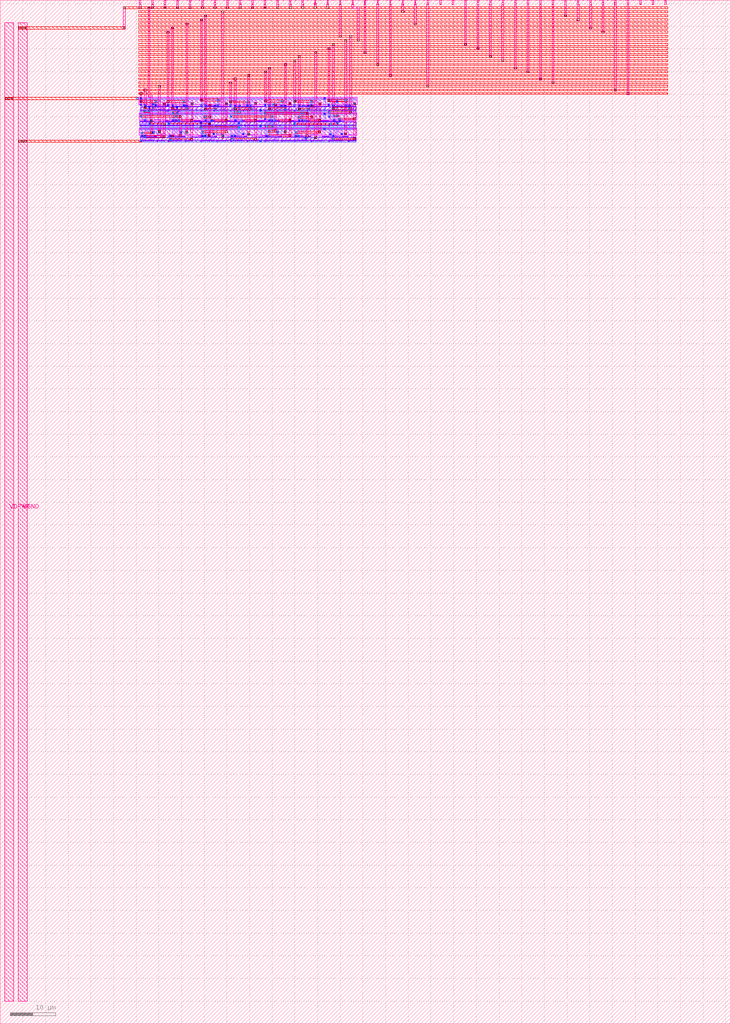
<source format=lef>
VERSION 5.7 ;
  NOWIREEXTENSIONATPIN ON ;
  DIVIDERCHAR "/" ;
  BUSBITCHARS "[]" ;
MACRO tt_um_carry_ripple_7_bit
  CLASS BLOCK ;
  FOREIGN tt_um_carry_ripple_7_bit ;
  ORIGIN 0.000 0.000 ;
  SIZE 161.000 BY 225.760 ;
  PIN clk
    DIRECTION INPUT ;
    USE SIGNAL ;
    PORT
      LAYER met4 ;
        RECT 143.830 224.760 144.130 225.760 ;
    END
  END clk
  PIN ena
    DIRECTION INPUT ;
    USE SIGNAL ;
    PORT
      LAYER met4 ;
        RECT 146.590 224.760 146.890 225.760 ;
    END
  END ena
  PIN rst_n
    DIRECTION INPUT ;
    USE SIGNAL ;
    PORT
      LAYER met4 ;
        RECT 141.070 224.760 141.370 225.760 ;
    END
  END rst_n
  PIN ui_in[0]
    DIRECTION INPUT ;
    USE SIGNAL ;
    ANTENNAGATEAREA 0.621000 ;
    PORT
      LAYER met4 ;
        RECT 138.310 224.760 138.610 225.760 ;
    END
  END ui_in[0]
  PIN ui_in[1]
    DIRECTION INPUT ;
    USE SIGNAL ;
    ANTENNAGATEAREA 0.621000 ;
    PORT
      LAYER met4 ;
        RECT 135.550 224.760 135.850 225.760 ;
    END
  END ui_in[1]
  PIN ui_in[2]
    DIRECTION INPUT ;
    USE SIGNAL ;
    ANTENNAGATEAREA 0.621000 ;
    PORT
      LAYER met4 ;
        RECT 132.790 224.760 133.090 225.760 ;
    END
  END ui_in[2]
  PIN ui_in[3]
    DIRECTION INPUT ;
    USE SIGNAL ;
    ANTENNAGATEAREA 0.621000 ;
    PORT
      LAYER met4 ;
        RECT 130.030 224.760 130.330 225.760 ;
    END
  END ui_in[3]
  PIN ui_in[4]
    DIRECTION INPUT ;
    USE SIGNAL ;
    ANTENNAGATEAREA 0.621000 ;
    PORT
      LAYER met4 ;
        RECT 127.270 224.760 127.570 225.760 ;
    END
  END ui_in[4]
  PIN ui_in[5]
    DIRECTION INPUT ;
    USE SIGNAL ;
    ANTENNAGATEAREA 0.621000 ;
    PORT
      LAYER met4 ;
        RECT 124.510 224.760 124.810 225.760 ;
    END
  END ui_in[5]
  PIN ui_in[6]
    DIRECTION INPUT ;
    USE SIGNAL ;
    ANTENNAGATEAREA 0.621000 ;
    PORT
      LAYER met4 ;
        RECT 121.750 224.760 122.050 225.760 ;
    END
  END ui_in[6]
  PIN ui_in[7]
    DIRECTION INPUT ;
    USE SIGNAL ;
    ANTENNAGATEAREA 0.621000 ;
    PORT
      LAYER met4 ;
        RECT 118.990 224.760 119.290 225.760 ;
    END
  END ui_in[7]
  PIN uio_in[0]
    DIRECTION INPUT ;
    USE SIGNAL ;
    ANTENNAGATEAREA 0.621000 ;
    PORT
      LAYER met4 ;
        RECT 116.230 224.760 116.530 225.760 ;
    END
  END uio_in[0]
  PIN uio_in[1]
    DIRECTION INPUT ;
    USE SIGNAL ;
    ANTENNAGATEAREA 0.621000 ;
    PORT
      LAYER met4 ;
        RECT 113.470 224.760 113.770 225.760 ;
    END
  END uio_in[1]
  PIN uio_in[2]
    DIRECTION INPUT ;
    USE SIGNAL ;
    ANTENNAGATEAREA 0.621000 ;
    PORT
      LAYER met4 ;
        RECT 110.710 224.760 111.010 225.760 ;
    END
  END uio_in[2]
  PIN uio_in[3]
    DIRECTION INPUT ;
    USE SIGNAL ;
    ANTENNAGATEAREA 0.621000 ;
    PORT
      LAYER met4 ;
        RECT 107.950 224.760 108.250 225.760 ;
    END
  END uio_in[3]
  PIN uio_in[4]
    DIRECTION INPUT ;
    USE SIGNAL ;
    ANTENNAGATEAREA 0.621000 ;
    PORT
      LAYER met4 ;
        RECT 105.190 224.760 105.490 225.760 ;
    END
  END uio_in[4]
  PIN uio_in[5]
    DIRECTION INPUT ;
    USE SIGNAL ;
    ANTENNAGATEAREA 0.621000 ;
    PORT
      LAYER met4 ;
        RECT 102.430 224.760 102.730 225.760 ;
    END
  END uio_in[5]
  PIN uio_in[6]
    DIRECTION INPUT ;
    USE SIGNAL ;
    PORT
      LAYER met4 ;
        RECT 99.670 224.760 99.970 225.760 ;
    END
  END uio_in[6]
  PIN uio_in[7]
    DIRECTION INPUT ;
    USE SIGNAL ;
    PORT
      LAYER met4 ;
        RECT 96.910 224.760 97.210 225.760 ;
    END
  END uio_in[7]
  PIN uio_oe[0]
    DIRECTION OUTPUT TRISTATE ;
    USE SIGNAL ;
    ANTENNAGATEAREA 22.335899 ;
    ANTENNADIFFAREA 18.907700 ;
    PORT
      LAYER met4 ;
        RECT 49.990 224.760 50.290 225.760 ;
    END
  END uio_oe[0]
  PIN uio_oe[1]
    DIRECTION OUTPUT TRISTATE ;
    USE SIGNAL ;
    ANTENNAGATEAREA 22.335899 ;
    ANTENNADIFFAREA 18.907700 ;
    PORT
      LAYER met4 ;
        RECT 47.230 224.760 47.530 225.760 ;
    END
  END uio_oe[1]
  PIN uio_oe[2]
    DIRECTION OUTPUT TRISTATE ;
    USE SIGNAL ;
    ANTENNAGATEAREA 22.335899 ;
    ANTENNADIFFAREA 18.907700 ;
    PORT
      LAYER met4 ;
        RECT 44.470 224.760 44.770 225.760 ;
    END
  END uio_oe[2]
  PIN uio_oe[3]
    DIRECTION OUTPUT TRISTATE ;
    USE SIGNAL ;
    ANTENNAGATEAREA 22.335899 ;
    ANTENNADIFFAREA 18.907700 ;
    PORT
      LAYER met4 ;
        RECT 41.710 224.760 42.010 225.760 ;
    END
  END uio_oe[3]
  PIN uio_oe[4]
    DIRECTION OUTPUT TRISTATE ;
    USE SIGNAL ;
    ANTENNAGATEAREA 22.335899 ;
    ANTENNADIFFAREA 18.907700 ;
    PORT
      LAYER met4 ;
        RECT 38.950 224.760 39.250 225.760 ;
    END
  END uio_oe[4]
  PIN uio_oe[5]
    DIRECTION OUTPUT TRISTATE ;
    USE SIGNAL ;
    ANTENNAGATEAREA 22.335899 ;
    ANTENNADIFFAREA 18.907700 ;
    PORT
      LAYER met4 ;
        RECT 36.190 224.760 36.490 225.760 ;
    END
  END uio_oe[5]
  PIN uio_oe[6]
    DIRECTION OUTPUT TRISTATE ;
    USE SIGNAL ;
    ANTENNAGATEAREA 22.335899 ;
    ANTENNADIFFAREA 18.907700 ;
    PORT
      LAYER met4 ;
        RECT 33.430 224.760 33.730 225.760 ;
    END
  END uio_oe[6]
  PIN uio_oe[7]
    DIRECTION OUTPUT TRISTATE ;
    USE SIGNAL ;
    ANTENNAGATEAREA 22.335899 ;
    ANTENNADIFFAREA 18.907700 ;
    PORT
      LAYER met4 ;
        RECT 30.670 224.760 30.970 225.760 ;
    END
  END uio_oe[7]
  PIN uio_out[0]
    DIRECTION OUTPUT TRISTATE ;
    USE SIGNAL ;
    ANTENNAGATEAREA 22.335899 ;
    ANTENNADIFFAREA 18.907700 ;
    PORT
      LAYER met4 ;
        RECT 72.070 224.760 72.370 225.760 ;
    END
  END uio_out[0]
  PIN uio_out[1]
    DIRECTION OUTPUT TRISTATE ;
    USE SIGNAL ;
    ANTENNAGATEAREA 22.335899 ;
    ANTENNADIFFAREA 18.907700 ;
    PORT
      LAYER met4 ;
        RECT 69.310 224.760 69.610 225.760 ;
    END
  END uio_out[1]
  PIN uio_out[2]
    DIRECTION OUTPUT TRISTATE ;
    USE SIGNAL ;
    ANTENNAGATEAREA 22.335899 ;
    ANTENNADIFFAREA 18.907700 ;
    PORT
      LAYER met4 ;
        RECT 66.550 224.760 66.850 225.760 ;
    END
  END uio_out[2]
  PIN uio_out[3]
    DIRECTION OUTPUT TRISTATE ;
    USE SIGNAL ;
    ANTENNAGATEAREA 22.335899 ;
    ANTENNADIFFAREA 18.907700 ;
    PORT
      LAYER met4 ;
        RECT 63.790 224.760 64.090 225.760 ;
    END
  END uio_out[3]
  PIN uio_out[4]
    DIRECTION OUTPUT TRISTATE ;
    USE SIGNAL ;
    ANTENNAGATEAREA 22.335899 ;
    ANTENNADIFFAREA 18.907700 ;
    PORT
      LAYER met4 ;
        RECT 61.030 224.760 61.330 225.760 ;
    END
  END uio_out[4]
  PIN uio_out[5]
    DIRECTION OUTPUT TRISTATE ;
    USE SIGNAL ;
    ANTENNAGATEAREA 22.335899 ;
    ANTENNADIFFAREA 18.907700 ;
    PORT
      LAYER met4 ;
        RECT 58.270 224.760 58.570 225.760 ;
    END
  END uio_out[5]
  PIN uio_out[6]
    DIRECTION OUTPUT TRISTATE ;
    USE SIGNAL ;
    ANTENNAGATEAREA 22.335899 ;
    ANTENNADIFFAREA 18.907700 ;
    PORT
      LAYER met4 ;
        RECT 55.510 224.760 55.810 225.760 ;
    END
  END uio_out[6]
  PIN uio_out[7]
    DIRECTION OUTPUT TRISTATE ;
    USE SIGNAL ;
    ANTENNAGATEAREA 22.335899 ;
    ANTENNADIFFAREA 18.907700 ;
    PORT
      LAYER met4 ;
        RECT 52.750 224.760 53.050 225.760 ;
    END
  END uio_out[7]
  PIN uo_out[0]
    DIRECTION OUTPUT TRISTATE ;
    USE SIGNAL ;
    ANTENNADIFFAREA 0.800500 ;
    PORT
      LAYER met4 ;
        RECT 94.150 224.760 94.450 225.760 ;
    END
  END uo_out[0]
  PIN uo_out[1]
    DIRECTION OUTPUT TRISTATE ;
    USE SIGNAL ;
    ANTENNADIFFAREA 0.800500 ;
    PORT
      LAYER met4 ;
        RECT 91.390 224.760 91.690 225.760 ;
    END
  END uo_out[1]
  PIN uo_out[2]
    DIRECTION OUTPUT TRISTATE ;
    USE SIGNAL ;
    ANTENNADIFFAREA 0.800500 ;
    PORT
      LAYER met4 ;
        RECT 88.630 224.760 88.930 225.760 ;
    END
  END uo_out[2]
  PIN uo_out[3]
    DIRECTION OUTPUT TRISTATE ;
    USE SIGNAL ;
    ANTENNADIFFAREA 0.800500 ;
    PORT
      LAYER met4 ;
        RECT 85.870 224.760 86.170 225.760 ;
    END
  END uo_out[3]
  PIN uo_out[4]
    DIRECTION OUTPUT TRISTATE ;
    USE SIGNAL ;
    ANTENNADIFFAREA 0.800500 ;
    PORT
      LAYER met4 ;
        RECT 83.110 224.760 83.410 225.760 ;
    END
  END uo_out[4]
  PIN uo_out[5]
    DIRECTION OUTPUT TRISTATE ;
    USE SIGNAL ;
    ANTENNADIFFAREA 0.800500 ;
    PORT
      LAYER met4 ;
        RECT 80.350 224.760 80.650 225.760 ;
    END
  END uo_out[5]
  PIN uo_out[6]
    DIRECTION OUTPUT TRISTATE ;
    USE SIGNAL ;
    ANTENNADIFFAREA 0.800500 ;
    PORT
      LAYER met4 ;
        RECT 77.590 224.760 77.890 225.760 ;
    END
  END uo_out[6]
  PIN uo_out[7]
    DIRECTION OUTPUT TRISTATE ;
    USE SIGNAL ;
    ANTENNADIFFAREA 0.429000 ;
    PORT
      LAYER met4 ;
        RECT 74.830 224.760 75.130 225.760 ;
    END
  END uo_out[7]
  PIN VDPWR
    DIRECTION INOUT ;
    USE POWER ;
    PORT
      LAYER met4 ;
        RECT 1.000 5.000 3.000 220.760 ;
    END
  END VDPWR
  PIN VGND
    DIRECTION INOUT ;
    USE GROUND ;
    PORT
      LAYER met4 ;
        RECT 4.000 5.000 6.000 220.760 ;
    END
  END VGND
  OBS
      LAYER nwell ;
        RECT 30.600 202.650 78.700 204.310 ;
      LAYER pwell ;
        RECT 32.950 202.365 33.350 202.400 ;
        RECT 36.300 202.365 37.150 202.450 ;
        RECT 39.000 202.365 39.500 202.400 ;
        RECT 42.500 202.365 44.350 202.400 ;
        RECT 45.500 202.365 47.100 202.450 ;
        RECT 50.050 202.365 50.900 202.400 ;
        RECT 52.750 202.365 53.600 202.400 ;
        RECT 56.550 202.365 58.450 202.400 ;
        RECT 60.050 202.365 61.150 202.400 ;
        RECT 64.100 202.365 65.000 202.400 ;
        RECT 66.600 202.365 67.700 202.450 ;
        RECT 70.650 202.365 72.600 202.400 ;
        RECT 74.250 202.365 75.400 202.450 ;
        RECT 31.945 202.275 32.895 202.365 ;
        RECT 30.965 201.455 32.895 202.275 ;
        RECT 32.950 202.275 37.150 202.365 ;
        RECT 38.015 202.275 38.965 202.365 ;
        RECT 32.950 201.550 38.965 202.275 ;
        RECT 33.245 201.500 38.965 201.550 ;
        RECT 39.000 202.275 44.350 202.365 ;
        RECT 45.235 202.275 50.900 202.365 ;
        RECT 51.785 202.275 52.735 202.365 ;
        RECT 39.000 201.500 52.735 202.275 ;
        RECT 52.750 202.275 58.450 202.365 ;
        RECT 59.335 202.275 65.000 202.365 ;
        RECT 65.885 202.275 72.600 202.365 ;
        RECT 73.495 202.275 78.465 202.365 ;
        RECT 52.750 201.500 78.465 202.275 ;
        RECT 33.245 201.455 36.975 201.500 ;
        RECT 30.965 201.435 31.115 201.455 ;
        RECT 30.945 201.265 31.115 201.435 ;
        RECT 33.345 201.265 33.515 201.455 ;
        RECT 36.345 201.105 36.975 201.455 ;
        RECT 37.035 201.455 38.965 201.500 ;
        RECT 37.035 201.435 37.185 201.455 ;
        RECT 37.015 201.265 37.185 201.435 ;
        RECT 39.125 201.110 39.400 201.500 ;
        RECT 39.415 201.455 42.585 201.500 ;
        RECT 44.255 201.455 46.185 201.500 ;
        RECT 46.985 201.455 50.155 201.500 ;
        RECT 50.805 201.455 52.735 201.500 ;
        RECT 53.485 201.455 56.655 201.500 ;
        RECT 58.355 201.455 60.285 201.500 ;
        RECT 61.035 201.455 64.205 201.500 ;
        RECT 64.905 201.455 66.835 201.500 ;
        RECT 67.585 201.455 70.755 201.500 ;
        RECT 72.515 201.455 74.445 201.500 ;
        RECT 75.295 201.455 78.465 201.500 ;
        RECT 39.515 201.265 39.685 201.455 ;
        RECT 44.255 201.435 44.405 201.455 ;
        RECT 44.235 201.265 44.405 201.435 ;
        RECT 47.085 201.265 47.255 201.455 ;
        RECT 50.805 201.435 50.955 201.455 ;
        RECT 50.785 201.265 50.955 201.435 ;
        RECT 53.585 201.265 53.755 201.455 ;
        RECT 58.355 201.435 58.505 201.455 ;
        RECT 58.335 201.265 58.505 201.435 ;
        RECT 61.135 201.265 61.305 201.455 ;
        RECT 64.905 201.435 65.055 201.455 ;
        RECT 64.885 201.265 65.055 201.435 ;
        RECT 67.685 201.265 67.855 201.455 ;
        RECT 72.515 201.435 72.665 201.455 ;
        RECT 72.495 201.265 72.665 201.435 ;
        RECT 75.395 201.265 75.565 201.455 ;
      LAYER nwell ;
        RECT 43.500 200.910 44.350 200.960 ;
        RECT 71.800 200.920 72.650 200.950 ;
        RECT 57.000 200.910 78.660 200.920 ;
        RECT 36.680 200.900 78.660 200.910 ;
        RECT 30.610 199.315 78.660 200.900 ;
        RECT 30.610 199.305 58.700 199.315 ;
        RECT 30.610 199.295 36.850 199.305 ;
        RECT 43.500 199.250 44.350 199.305 ;
        RECT 56.740 199.300 58.700 199.305 ;
        RECT 71.800 199.300 72.650 199.315 ;
      LAYER pwell ;
        RECT 36.550 199.015 37.000 199.100 ;
        RECT 39.400 199.015 40.100 199.050 ;
        RECT 30.815 199.000 33.545 199.005 ;
        RECT 30.815 198.905 34.000 199.000 ;
        RECT 36.550 198.915 40.100 199.015 ;
        RECT 42.650 199.015 44.150 199.100 ;
        RECT 46.700 199.015 47.350 199.100 ;
        RECT 42.650 198.915 47.350 199.015 ;
        RECT 49.850 199.015 50.750 199.100 ;
        RECT 53.300 199.015 53.900 199.150 ;
        RECT 49.850 198.915 53.900 199.015 ;
        RECT 56.450 199.025 58.300 199.100 ;
        RECT 60.750 199.025 61.500 199.150 ;
        RECT 56.450 198.925 61.500 199.025 ;
        RECT 64.000 199.025 64.850 199.150 ;
        RECT 67.400 199.025 68.100 199.100 ;
        RECT 64.000 198.925 68.100 199.025 ;
        RECT 70.600 199.025 72.450 199.100 ;
        RECT 75.000 199.025 75.800 199.050 ;
        RECT 70.600 198.925 75.800 199.025 ;
        RECT 56.450 198.915 78.465 198.925 ;
        RECT 36.550 198.905 78.465 198.915 ;
        RECT 30.815 198.200 78.465 198.905 ;
        RECT 30.815 198.150 64.145 198.200 ;
        RECT 30.815 198.105 39.615 198.150 ;
        RECT 40.005 198.105 42.755 198.150 ;
        RECT 44.105 198.105 46.835 198.150 ;
        RECT 47.255 198.105 50.005 198.150 ;
        RECT 50.655 198.105 53.385 198.150 ;
        RECT 53.805 198.105 56.555 198.150 ;
        RECT 58.205 198.115 60.935 198.150 ;
        RECT 61.395 198.115 64.145 198.150 ;
        RECT 64.755 198.150 78.465 198.200 ;
        RECT 64.755 198.115 67.485 198.150 ;
        RECT 67.945 198.115 70.695 198.150 ;
        RECT 72.365 198.115 75.095 198.150 ;
        RECT 75.715 198.115 78.465 198.150 ;
        RECT 30.815 198.100 37.000 198.105 ;
        RECT 30.815 198.095 33.545 198.100 ;
        RECT 33.905 198.095 36.655 198.100 ;
        RECT 30.945 197.905 31.115 198.095 ;
        RECT 34.045 197.905 34.215 198.095 ;
        RECT 37.015 197.915 37.185 198.105 ;
        RECT 40.145 197.915 40.315 198.105 ;
        RECT 44.235 197.915 44.405 198.105 ;
        RECT 47.395 197.915 47.565 198.105 ;
        RECT 50.785 197.915 50.955 198.105 ;
        RECT 53.945 197.915 54.115 198.105 ;
        RECT 58.335 197.925 58.505 198.115 ;
        RECT 61.535 197.925 61.705 198.115 ;
        RECT 64.885 197.925 65.055 198.115 ;
        RECT 68.085 197.925 68.255 198.115 ;
        RECT 72.495 197.925 72.665 198.115 ;
        RECT 75.855 197.925 76.025 198.115 ;
      LAYER nwell ;
        RECT 57.800 197.550 58.650 197.600 ;
        RECT 30.610 195.945 78.660 197.550 ;
        RECT 43.650 195.900 44.550 195.945 ;
        RECT 57.800 195.900 58.650 195.945 ;
      LAYER pwell ;
        RECT 33.900 195.655 34.550 195.700 ;
        RECT 40.000 195.655 40.750 195.700 ;
        RECT 47.200 195.655 47.700 195.700 ;
        RECT 53.750 195.655 54.350 195.700 ;
        RECT 61.300 195.655 62.000 195.700 ;
        RECT 67.850 195.655 68.500 195.700 ;
        RECT 30.845 195.555 34.550 195.655 ;
        RECT 36.915 195.555 40.750 195.655 ;
        RECT 44.135 195.650 47.700 195.655 ;
        RECT 42.400 195.555 47.700 195.650 ;
        RECT 50.685 195.600 54.350 195.655 ;
        RECT 58.235 195.650 62.000 195.655 ;
        RECT 50.250 195.555 54.350 195.600 ;
        RECT 56.900 195.555 62.000 195.650 ;
        RECT 64.785 195.600 68.500 195.655 ;
        RECT 64.550 195.555 68.500 195.600 ;
        RECT 71.050 195.655 72.500 195.700 ;
        RECT 75.450 195.655 76.750 195.700 ;
        RECT 71.050 195.555 76.750 195.655 ;
        RECT 30.845 195.500 36.275 195.555 ;
        RECT 36.915 195.500 78.465 195.555 ;
        RECT 30.845 194.850 78.465 195.500 ;
        RECT 30.845 194.745 34.015 194.850 ;
        RECT 34.445 194.745 36.275 194.850 ;
        RECT 36.915 194.800 56.995 194.850 ;
        RECT 57.205 194.830 57.635 194.850 ;
        RECT 36.915 194.745 40.085 194.800 ;
        RECT 40.665 194.745 42.495 194.800 ;
        RECT 44.135 194.745 47.305 194.800 ;
        RECT 47.605 194.745 50.355 194.800 ;
        RECT 50.685 194.745 53.855 194.800 ;
        RECT 54.245 194.745 56.995 194.800 ;
        RECT 58.235 194.800 64.645 194.850 ;
        RECT 58.235 194.745 61.405 194.800 ;
        RECT 61.895 194.745 64.645 194.800 ;
        RECT 64.785 194.800 78.465 194.850 ;
        RECT 64.785 194.745 67.955 194.800 ;
        RECT 68.395 194.745 71.145 194.800 ;
        RECT 72.385 194.745 75.555 194.800 ;
        RECT 76.635 194.745 78.465 194.800 ;
        RECT 30.945 194.555 31.115 194.745 ;
        RECT 34.585 194.555 34.755 194.745 ;
        RECT 37.015 194.555 37.185 194.745 ;
        RECT 40.805 194.555 40.975 194.745 ;
        RECT 44.235 194.555 44.405 194.745 ;
        RECT 47.745 194.555 47.915 194.745 ;
        RECT 50.785 194.555 50.955 194.745 ;
        RECT 54.385 194.555 54.555 194.745 ;
        RECT 58.335 194.555 58.505 194.745 ;
        RECT 62.035 194.555 62.205 194.745 ;
        RECT 64.885 194.555 65.055 194.745 ;
        RECT 68.535 194.555 68.705 194.745 ;
        RECT 72.485 194.555 72.655 194.745 ;
        RECT 76.775 194.555 76.945 194.745 ;
      LAYER li1 ;
        RECT 30.800 203.985 78.470 204.155 ;
        RECT 31.085 203.315 31.365 203.985 ;
        RECT 31.535 203.095 31.835 203.645 ;
        RECT 32.035 203.265 32.365 203.985 ;
        RECT 32.555 203.265 33.015 203.815 ;
        RECT 30.900 202.850 31.165 203.035 ;
        RECT 31.535 202.925 32.475 203.095 ;
        RECT 30.850 202.675 31.250 202.850 ;
        RECT 32.305 202.675 32.475 202.925 ;
        RECT 30.850 202.450 31.575 202.675 ;
        RECT 30.900 202.425 31.575 202.450 ;
        RECT 31.795 202.425 32.135 202.675 ;
        RECT 32.305 202.345 32.595 202.675 ;
        RECT 32.305 202.255 32.475 202.345 ;
        RECT 31.085 202.065 32.475 202.255 ;
        RECT 31.085 201.705 31.415 202.065 ;
        RECT 32.765 201.895 33.015 203.265 ;
        RECT 33.285 203.135 33.665 203.815 ;
        RECT 34.255 203.135 34.425 203.985 ;
        RECT 34.595 203.305 34.925 203.815 ;
        RECT 35.095 203.475 35.265 203.985 ;
        RECT 35.435 203.305 35.835 203.815 ;
        RECT 34.595 203.135 35.835 203.305 ;
        RECT 33.285 202.175 33.455 203.135 ;
        RECT 33.625 202.795 34.930 202.965 ;
        RECT 36.015 202.885 36.335 203.815 ;
        RECT 37.155 203.315 37.435 203.985 ;
        RECT 37.605 203.095 37.905 203.645 ;
        RECT 38.105 203.265 38.435 203.985 ;
        RECT 38.625 203.265 39.085 203.815 ;
        RECT 33.625 202.345 33.870 202.795 ;
        RECT 34.040 202.425 34.590 202.625 ;
        RECT 34.760 202.595 34.930 202.795 ;
        RECT 35.705 202.715 36.335 202.885 ;
        RECT 34.760 202.425 35.135 202.595 ;
        RECT 35.305 202.175 35.535 202.675 ;
        RECT 33.285 202.005 35.535 202.175 ;
        RECT 32.035 201.435 32.285 201.895 ;
        RECT 32.455 201.605 33.015 201.895 ;
        RECT 33.335 201.435 33.665 201.825 ;
        RECT 33.835 201.685 34.005 202.005 ;
        RECT 35.705 201.835 35.875 202.715 ;
        RECT 36.970 202.675 37.235 203.035 ;
        RECT 37.605 202.925 38.545 203.095 ;
        RECT 38.375 202.675 38.545 202.925 ;
        RECT 36.970 202.425 37.645 202.675 ;
        RECT 37.865 202.425 38.205 202.675 ;
        RECT 38.375 202.345 38.665 202.675 ;
        RECT 34.175 201.435 34.505 201.825 ;
        RECT 34.920 201.665 35.875 201.835 ;
        RECT 36.045 201.435 36.335 202.270 ;
        RECT 38.375 202.255 38.545 202.345 ;
        RECT 37.155 202.065 38.545 202.255 ;
        RECT 37.155 201.705 37.485 202.065 ;
        RECT 38.835 201.895 39.085 203.265 ;
        RECT 39.455 203.135 39.835 203.815 ;
        RECT 40.425 203.135 40.595 203.985 ;
        RECT 40.765 203.305 41.095 203.815 ;
        RECT 41.265 203.475 41.435 203.985 ;
        RECT 41.605 203.305 42.005 203.815 ;
        RECT 40.765 203.135 42.005 203.305 ;
        RECT 39.455 202.175 39.625 203.135 ;
        RECT 39.795 202.795 41.100 202.965 ;
        RECT 42.185 202.885 42.505 203.815 ;
        RECT 39.795 202.345 40.040 202.795 ;
        RECT 40.930 202.650 41.100 202.795 ;
        RECT 41.875 202.715 42.505 202.885 ;
        RECT 43.125 202.820 43.415 203.985 ;
        RECT 44.375 203.315 44.655 203.985 ;
        RECT 44.825 203.095 45.125 203.645 ;
        RECT 45.325 203.265 45.655 203.985 ;
        RECT 45.845 203.265 46.305 203.815 ;
        RECT 40.210 202.425 40.760 202.625 ;
        RECT 40.930 202.425 41.305 202.650 ;
        RECT 41.475 202.175 41.705 202.675 ;
        RECT 39.455 202.005 41.705 202.175 ;
        RECT 38.105 201.435 38.355 201.895 ;
        RECT 38.525 201.605 39.085 201.895 ;
        RECT 39.505 201.435 39.835 201.825 ;
        RECT 40.005 201.685 40.175 202.005 ;
        RECT 41.875 201.835 42.045 202.715 ;
        RECT 44.190 202.675 44.455 203.035 ;
        RECT 44.825 202.925 45.765 203.095 ;
        RECT 45.595 202.675 45.765 202.925 ;
        RECT 44.190 202.425 44.865 202.675 ;
        RECT 45.085 202.425 45.425 202.675 ;
        RECT 45.595 202.345 45.885 202.675 ;
        RECT 40.345 201.435 40.675 201.825 ;
        RECT 41.090 201.665 42.045 201.835 ;
        RECT 42.215 201.435 42.505 202.270 ;
        RECT 45.595 202.255 45.765 202.345 ;
        RECT 43.125 201.435 43.415 202.160 ;
        RECT 44.375 202.065 45.765 202.255 ;
        RECT 44.375 201.705 44.705 202.065 ;
        RECT 46.055 201.895 46.305 203.265 ;
        RECT 47.025 203.135 47.405 203.815 ;
        RECT 47.995 203.135 48.165 203.985 ;
        RECT 48.335 203.305 48.665 203.815 ;
        RECT 48.835 203.475 49.005 203.985 ;
        RECT 49.175 203.305 49.575 203.815 ;
        RECT 48.335 203.135 49.575 203.305 ;
        RECT 47.025 202.175 47.195 203.135 ;
        RECT 47.365 202.795 48.670 202.965 ;
        RECT 49.755 202.885 50.075 203.815 ;
        RECT 50.925 203.315 51.205 203.985 ;
        RECT 51.375 203.095 51.675 203.645 ;
        RECT 51.875 203.265 52.205 203.985 ;
        RECT 52.395 203.265 52.855 203.815 ;
        RECT 47.365 202.345 47.610 202.795 ;
        RECT 47.780 202.425 48.330 202.625 ;
        RECT 48.500 202.595 48.670 202.795 ;
        RECT 49.445 202.715 50.075 202.885 ;
        RECT 48.500 202.425 48.875 202.595 ;
        RECT 47.950 202.400 48.150 202.425 ;
        RECT 49.045 202.175 49.275 202.675 ;
        RECT 47.025 202.005 49.275 202.175 ;
        RECT 45.325 201.435 45.575 201.895 ;
        RECT 45.745 201.605 46.305 201.895 ;
        RECT 47.075 201.435 47.405 201.825 ;
        RECT 47.575 201.685 47.745 202.005 ;
        RECT 49.445 201.835 49.615 202.715 ;
        RECT 50.740 202.675 51.005 203.035 ;
        RECT 51.375 202.925 52.315 203.095 ;
        RECT 52.145 202.675 52.315 202.925 ;
        RECT 50.740 202.425 51.415 202.675 ;
        RECT 51.635 202.425 51.975 202.675 ;
        RECT 52.145 202.345 52.435 202.675 ;
        RECT 47.915 201.435 48.245 201.825 ;
        RECT 48.660 201.665 49.615 201.835 ;
        RECT 49.785 201.435 50.075 202.270 ;
        RECT 52.145 202.255 52.315 202.345 ;
        RECT 50.925 202.065 52.315 202.255 ;
        RECT 50.925 201.705 51.255 202.065 ;
        RECT 52.605 201.895 52.855 203.265 ;
        RECT 53.525 203.135 53.905 203.815 ;
        RECT 54.495 203.135 54.665 203.985 ;
        RECT 54.835 203.305 55.165 203.815 ;
        RECT 55.335 203.475 55.505 203.985 ;
        RECT 55.675 203.305 56.075 203.815 ;
        RECT 54.835 203.135 56.075 203.305 ;
        RECT 53.525 202.175 53.695 203.135 ;
        RECT 53.865 202.795 55.170 202.965 ;
        RECT 56.255 202.885 56.575 203.815 ;
        RECT 53.865 202.345 54.110 202.795 ;
        RECT 54.280 202.425 54.830 202.625 ;
        RECT 55.000 202.615 55.170 202.795 ;
        RECT 55.945 202.715 56.575 202.885 ;
        RECT 57.275 202.820 57.565 203.985 ;
        RECT 58.475 203.315 58.755 203.985 ;
        RECT 58.925 203.095 59.225 203.645 ;
        RECT 59.425 203.265 59.755 203.985 ;
        RECT 59.945 203.265 60.405 203.815 ;
        RECT 55.000 202.595 55.295 202.615 ;
        RECT 55.000 202.425 55.375 202.595 ;
        RECT 54.400 202.400 54.600 202.425 ;
        RECT 55.545 202.175 55.775 202.675 ;
        RECT 53.525 202.005 55.775 202.175 ;
        RECT 51.875 201.435 52.125 201.895 ;
        RECT 52.295 201.605 52.855 201.895 ;
        RECT 53.575 201.435 53.905 201.825 ;
        RECT 54.075 201.685 54.245 202.005 ;
        RECT 55.945 201.835 56.115 202.715 ;
        RECT 58.290 202.675 58.555 203.035 ;
        RECT 58.925 202.925 59.865 203.095 ;
        RECT 59.695 202.675 59.865 202.925 ;
        RECT 58.290 202.425 58.965 202.675 ;
        RECT 59.185 202.425 59.525 202.675 ;
        RECT 59.695 202.345 59.985 202.675 ;
        RECT 54.415 201.435 54.745 201.825 ;
        RECT 55.160 201.665 56.115 201.835 ;
        RECT 56.285 201.435 56.575 202.270 ;
        RECT 59.695 202.255 59.865 202.345 ;
        RECT 57.275 201.435 57.565 202.160 ;
        RECT 58.475 202.065 59.865 202.255 ;
        RECT 58.475 201.705 58.805 202.065 ;
        RECT 60.155 201.895 60.405 203.265 ;
        RECT 61.075 203.135 61.455 203.815 ;
        RECT 62.045 203.135 62.215 203.985 ;
        RECT 62.385 203.305 62.715 203.815 ;
        RECT 62.885 203.475 63.055 203.985 ;
        RECT 63.225 203.305 63.625 203.815 ;
        RECT 62.385 203.135 63.625 203.305 ;
        RECT 61.075 202.175 61.245 203.135 ;
        RECT 63.805 203.050 64.125 203.815 ;
        RECT 65.025 203.315 65.305 203.985 ;
        RECT 61.415 202.795 62.720 202.965 ;
        RECT 63.800 202.885 64.125 203.050 ;
        RECT 65.475 203.095 65.775 203.645 ;
        RECT 65.975 203.265 66.305 203.985 ;
        RECT 66.495 203.265 66.955 203.815 ;
        RECT 61.415 202.345 61.660 202.795 ;
        RECT 61.830 202.425 62.380 202.625 ;
        RECT 62.550 202.595 62.720 202.795 ;
        RECT 63.495 202.715 64.125 202.885 ;
        RECT 62.550 202.425 62.925 202.595 ;
        RECT 63.095 202.175 63.325 202.675 ;
        RECT 61.075 202.005 63.325 202.175 ;
        RECT 59.425 201.435 59.675 201.895 ;
        RECT 59.845 201.605 60.405 201.895 ;
        RECT 61.125 201.435 61.455 201.825 ;
        RECT 61.625 201.685 61.795 202.005 ;
        RECT 63.495 201.835 63.665 202.715 ;
        RECT 64.840 202.675 65.105 203.035 ;
        RECT 65.475 202.925 66.415 203.095 ;
        RECT 66.245 202.675 66.415 202.925 ;
        RECT 64.840 202.650 65.515 202.675 ;
        RECT 64.815 202.475 65.515 202.650 ;
        RECT 64.840 202.425 65.515 202.475 ;
        RECT 65.735 202.425 66.075 202.675 ;
        RECT 66.245 202.345 66.535 202.675 ;
        RECT 61.965 201.435 62.295 201.825 ;
        RECT 62.710 201.665 63.665 201.835 ;
        RECT 63.835 201.435 64.125 202.270 ;
        RECT 66.245 202.255 66.415 202.345 ;
        RECT 65.025 202.065 66.415 202.255 ;
        RECT 65.025 201.705 65.355 202.065 ;
        RECT 66.705 201.895 66.955 203.265 ;
        RECT 67.625 203.135 68.005 203.815 ;
        RECT 68.595 203.135 68.765 203.985 ;
        RECT 68.935 203.305 69.265 203.815 ;
        RECT 69.435 203.475 69.605 203.985 ;
        RECT 69.775 203.305 70.175 203.815 ;
        RECT 68.935 203.135 70.175 203.305 ;
        RECT 67.625 202.175 67.795 203.135 ;
        RECT 67.965 202.795 69.270 202.965 ;
        RECT 70.355 202.885 70.675 203.815 ;
        RECT 67.965 202.345 68.210 202.795 ;
        RECT 68.380 202.425 68.930 202.625 ;
        RECT 69.100 202.595 69.270 202.795 ;
        RECT 70.045 202.715 70.675 202.885 ;
        RECT 71.385 202.820 71.675 203.985 ;
        RECT 72.635 203.315 72.915 203.985 ;
        RECT 73.085 203.095 73.385 203.645 ;
        RECT 73.585 203.265 73.915 203.985 ;
        RECT 74.105 203.265 74.565 203.815 ;
        RECT 69.100 202.425 69.475 202.595 ;
        RECT 69.645 202.175 69.875 202.675 ;
        RECT 67.625 202.005 69.875 202.175 ;
        RECT 65.975 201.435 66.225 201.895 ;
        RECT 66.395 201.605 66.955 201.895 ;
        RECT 67.675 201.435 68.005 201.825 ;
        RECT 68.175 201.685 68.345 202.005 ;
        RECT 70.045 201.835 70.215 202.715 ;
        RECT 72.450 202.675 72.715 203.035 ;
        RECT 73.085 202.925 74.025 203.095 ;
        RECT 73.855 202.675 74.025 202.925 ;
        RECT 72.450 202.425 73.125 202.675 ;
        RECT 73.345 202.425 73.685 202.675 ;
        RECT 73.855 202.345 74.145 202.675 ;
        RECT 68.515 201.435 68.845 201.825 ;
        RECT 69.260 201.665 70.215 201.835 ;
        RECT 70.385 201.435 70.675 202.270 ;
        RECT 73.855 202.255 74.025 202.345 ;
        RECT 71.385 201.435 71.675 202.160 ;
        RECT 72.635 202.065 74.025 202.255 ;
        RECT 72.635 201.705 72.965 202.065 ;
        RECT 74.315 201.895 74.565 203.265 ;
        RECT 75.335 203.135 75.715 203.815 ;
        RECT 76.305 203.135 76.475 203.985 ;
        RECT 76.645 203.305 76.975 203.815 ;
        RECT 77.145 203.475 77.315 203.985 ;
        RECT 77.485 203.305 77.885 203.815 ;
        RECT 76.645 203.135 77.885 203.305 ;
        RECT 75.335 202.175 75.505 203.135 ;
        RECT 75.675 202.795 76.980 202.965 ;
        RECT 78.065 202.885 78.385 203.815 ;
        RECT 75.675 202.345 75.920 202.795 ;
        RECT 76.090 202.425 76.640 202.625 ;
        RECT 76.810 202.600 76.980 202.795 ;
        RECT 77.755 202.715 78.385 202.885 ;
        RECT 76.810 202.595 77.100 202.600 ;
        RECT 76.810 202.425 77.185 202.595 ;
        RECT 76.900 202.400 77.100 202.425 ;
        RECT 77.355 202.175 77.585 202.675 ;
        RECT 75.335 202.005 77.585 202.175 ;
        RECT 73.585 201.435 73.835 201.895 ;
        RECT 74.005 201.605 74.565 201.895 ;
        RECT 75.385 201.435 75.715 201.825 ;
        RECT 75.885 201.685 76.055 202.005 ;
        RECT 77.755 201.835 77.925 202.715 ;
        RECT 76.225 201.435 76.555 201.825 ;
        RECT 76.970 201.665 77.925 201.835 ;
        RECT 78.095 201.435 78.385 202.270 ;
        RECT 30.800 201.265 78.470 201.435 ;
        RECT 39.080 201.260 39.400 201.265 ;
        RECT 56.350 200.815 57.200 200.830 ;
        RECT 56.350 200.805 78.470 200.815 ;
        RECT 36.645 200.795 78.470 200.805 ;
        RECT 30.800 200.645 78.470 200.795 ;
        RECT 30.800 200.635 56.560 200.645 ;
        RECT 30.800 200.625 36.955 200.635 ;
        RECT 30.895 198.255 31.155 200.445 ;
        RECT 31.325 199.895 31.665 200.625 ;
        RECT 31.845 199.715 32.115 200.445 ;
        RECT 31.345 199.495 32.115 199.715 ;
        RECT 32.295 199.735 32.525 200.445 ;
        RECT 32.695 199.915 33.025 200.625 ;
        RECT 33.195 199.735 33.455 200.445 ;
        RECT 32.295 199.495 33.455 199.735 ;
        RECT 33.985 199.535 36.575 200.625 ;
        RECT 31.345 198.825 31.635 199.495 ;
        RECT 31.815 199.005 32.280 199.315 ;
        RECT 32.460 199.005 32.985 199.315 ;
        RECT 31.345 198.625 32.575 198.825 ;
        RECT 32.755 198.700 32.985 199.005 ;
        RECT 33.165 198.985 33.465 199.315 ;
        RECT 33.985 198.845 35.195 199.365 ;
        RECT 35.365 199.015 36.575 199.535 ;
        RECT 31.415 198.075 32.085 198.445 ;
        RECT 32.265 198.255 32.575 198.625 ;
        RECT 32.750 198.500 32.985 198.700 ;
        RECT 32.755 198.365 32.985 198.500 ;
        RECT 33.165 198.075 33.455 198.805 ;
        RECT 33.985 198.100 36.575 198.845 ;
        RECT 36.965 198.265 37.225 200.455 ;
        RECT 37.395 199.905 37.735 200.635 ;
        RECT 37.915 199.725 38.185 200.455 ;
        RECT 37.415 199.505 38.185 199.725 ;
        RECT 38.365 199.745 38.595 200.455 ;
        RECT 38.765 199.925 39.095 200.635 ;
        RECT 39.265 199.745 39.525 200.455 ;
        RECT 38.365 199.505 39.525 199.745 ;
        RECT 40.085 199.545 42.675 200.635 ;
        RECT 37.415 198.835 37.705 199.505 ;
        RECT 37.885 199.015 38.350 199.325 ;
        RECT 38.530 199.015 39.055 199.325 ;
        RECT 37.415 198.635 38.645 198.835 ;
        RECT 33.985 198.085 36.900 198.100 ;
        RECT 37.485 198.085 38.155 198.455 ;
        RECT 38.335 198.265 38.645 198.635 ;
        RECT 38.825 198.375 39.055 199.015 ;
        RECT 39.235 198.995 39.535 199.325 ;
        RECT 40.085 198.855 41.295 199.375 ;
        RECT 41.465 199.025 42.675 199.545 ;
        RECT 43.125 199.470 43.415 200.635 ;
        RECT 39.235 198.085 39.525 198.815 ;
        RECT 40.085 198.085 42.675 198.855 ;
        RECT 43.125 198.085 43.415 198.810 ;
        RECT 44.185 198.265 44.445 200.455 ;
        RECT 44.615 199.905 44.955 200.635 ;
        RECT 45.135 199.725 45.405 200.455 ;
        RECT 44.635 199.505 45.405 199.725 ;
        RECT 45.585 199.745 45.815 200.455 ;
        RECT 45.985 199.925 46.315 200.635 ;
        RECT 46.485 199.745 46.745 200.455 ;
        RECT 45.585 199.505 46.745 199.745 ;
        RECT 47.335 199.545 49.925 200.635 ;
        RECT 44.635 198.835 44.925 199.505 ;
        RECT 45.105 199.015 45.570 199.325 ;
        RECT 45.750 199.015 46.275 199.325 ;
        RECT 44.635 198.635 45.865 198.835 ;
        RECT 44.705 198.085 45.375 198.455 ;
        RECT 45.555 198.265 45.865 198.635 ;
        RECT 46.045 198.375 46.275 199.015 ;
        RECT 46.455 198.995 46.755 199.325 ;
        RECT 47.335 198.855 48.545 199.375 ;
        RECT 48.715 199.025 49.925 199.545 ;
        RECT 46.455 198.085 46.745 198.815 ;
        RECT 47.335 198.085 49.925 198.855 ;
        RECT 50.735 198.265 50.995 200.455 ;
        RECT 51.165 199.905 51.505 200.635 ;
        RECT 51.685 199.725 51.955 200.455 ;
        RECT 51.185 199.505 51.955 199.725 ;
        RECT 52.135 199.745 52.365 200.455 ;
        RECT 52.535 199.925 52.865 200.635 ;
        RECT 53.035 199.745 53.295 200.455 ;
        RECT 52.135 199.505 53.295 199.745 ;
        RECT 53.885 199.545 56.475 200.635 ;
        RECT 51.185 198.835 51.475 199.505 ;
        RECT 51.655 199.015 52.120 199.325 ;
        RECT 52.300 199.015 52.825 199.325 ;
        RECT 51.185 198.635 52.415 198.835 ;
        RECT 51.255 198.085 51.925 198.455 ;
        RECT 52.105 198.265 52.415 198.635 ;
        RECT 52.595 198.375 52.825 199.015 ;
        RECT 53.005 198.995 53.305 199.325 ;
        RECT 53.885 198.855 55.095 199.375 ;
        RECT 55.265 199.025 56.475 199.545 ;
        RECT 57.275 199.480 57.565 200.645 ;
        RECT 53.005 198.085 53.295 198.815 ;
        RECT 53.885 198.095 56.475 198.855 ;
        RECT 57.275 198.095 57.565 198.820 ;
        RECT 58.285 198.275 58.545 200.465 ;
        RECT 58.715 199.915 59.055 200.645 ;
        RECT 59.235 199.735 59.505 200.465 ;
        RECT 58.735 199.515 59.505 199.735 ;
        RECT 59.685 199.755 59.915 200.465 ;
        RECT 60.085 199.935 60.415 200.645 ;
        RECT 60.585 199.755 60.845 200.465 ;
        RECT 59.685 199.515 60.845 199.755 ;
        RECT 61.475 199.555 64.065 200.645 ;
        RECT 58.735 198.845 59.025 199.515 ;
        RECT 59.205 199.025 59.670 199.335 ;
        RECT 59.850 199.025 60.375 199.335 ;
        RECT 58.735 198.645 59.965 198.845 ;
        RECT 58.805 198.095 59.475 198.465 ;
        RECT 59.655 198.275 59.965 198.645 ;
        RECT 60.145 198.385 60.375 199.025 ;
        RECT 60.555 199.005 60.855 199.335 ;
        RECT 61.475 198.865 62.685 199.385 ;
        RECT 62.855 199.035 64.065 199.555 ;
        RECT 60.555 198.095 60.845 198.825 ;
        RECT 61.475 198.095 64.065 198.865 ;
        RECT 64.835 198.275 65.095 200.465 ;
        RECT 65.265 199.915 65.605 200.645 ;
        RECT 65.785 199.735 66.055 200.465 ;
        RECT 65.285 199.515 66.055 199.735 ;
        RECT 66.235 199.755 66.465 200.465 ;
        RECT 66.635 199.935 66.965 200.645 ;
        RECT 67.135 199.755 67.395 200.465 ;
        RECT 66.235 199.515 67.395 199.755 ;
        RECT 68.025 199.555 70.615 200.645 ;
        RECT 65.285 198.845 65.575 199.515 ;
        RECT 65.755 199.025 66.220 199.335 ;
        RECT 66.400 199.025 66.925 199.335 ;
        RECT 65.285 198.645 66.515 198.845 ;
        RECT 65.355 198.095 66.025 198.465 ;
        RECT 66.205 198.275 66.515 198.645 ;
        RECT 66.695 198.385 66.925 199.025 ;
        RECT 67.105 199.005 67.405 199.335 ;
        RECT 68.025 198.865 69.235 199.385 ;
        RECT 69.405 199.035 70.615 199.555 ;
        RECT 71.385 199.480 71.675 200.645 ;
        RECT 67.105 198.095 67.395 198.825 ;
        RECT 68.025 198.095 70.615 198.865 ;
        RECT 71.385 198.095 71.675 198.820 ;
        RECT 72.445 198.275 72.705 200.465 ;
        RECT 72.875 199.915 73.215 200.645 ;
        RECT 73.395 199.735 73.665 200.465 ;
        RECT 72.895 199.515 73.665 199.735 ;
        RECT 73.845 199.755 74.075 200.465 ;
        RECT 74.245 199.935 74.575 200.645 ;
        RECT 74.745 199.755 75.005 200.465 ;
        RECT 73.845 199.515 75.005 199.755 ;
        RECT 75.795 199.555 78.385 200.645 ;
        RECT 72.895 198.845 73.185 199.515 ;
        RECT 73.365 199.025 73.830 199.335 ;
        RECT 74.010 199.025 74.535 199.335 ;
        RECT 72.895 198.645 74.125 198.845 ;
        RECT 72.965 198.095 73.635 198.465 ;
        RECT 73.815 198.275 74.125 198.645 ;
        RECT 74.305 198.385 74.535 199.025 ;
        RECT 74.715 199.005 75.015 199.335 ;
        RECT 75.795 198.865 77.005 199.385 ;
        RECT 77.175 199.035 78.385 199.555 ;
        RECT 74.715 198.095 75.005 198.825 ;
        RECT 75.795 198.095 78.385 198.865 ;
        RECT 53.885 198.085 78.470 198.095 ;
        RECT 33.985 198.075 78.470 198.085 ;
        RECT 30.800 197.925 78.470 198.075 ;
        RECT 30.800 197.920 57.225 197.925 ;
        RECT 60.935 197.920 61.430 197.925 ;
        RECT 30.800 197.915 57.205 197.920 ;
        RECT 30.800 197.905 36.660 197.915 ;
        RECT 30.800 197.275 78.470 197.445 ;
        RECT 30.885 196.425 31.265 197.105 ;
        RECT 31.855 196.425 32.025 197.275 ;
        RECT 32.195 196.595 32.525 197.105 ;
        RECT 32.695 196.765 32.865 197.275 ;
        RECT 33.035 196.595 33.435 197.105 ;
        RECT 32.195 196.425 33.435 196.595 ;
        RECT 30.885 195.465 31.055 196.425 ;
        RECT 31.225 196.085 32.530 196.255 ;
        RECT 33.615 196.175 33.935 197.105 ;
        RECT 34.525 196.185 36.195 197.275 ;
        RECT 31.225 195.635 31.470 196.085 ;
        RECT 31.640 195.715 32.190 195.915 ;
        RECT 32.360 195.885 32.530 196.085 ;
        RECT 33.305 196.005 33.935 196.175 ;
        RECT 32.360 195.715 32.735 195.885 ;
        RECT 32.905 195.465 33.135 195.965 ;
        RECT 30.885 195.295 33.135 195.465 ;
        RECT 30.935 194.725 31.265 195.115 ;
        RECT 31.435 194.975 31.605 195.295 ;
        RECT 33.305 195.125 33.475 196.005 ;
        RECT 31.775 194.725 32.105 195.115 ;
        RECT 32.520 194.955 33.475 195.125 ;
        RECT 33.645 194.725 33.935 195.560 ;
        RECT 34.525 195.495 35.275 196.015 ;
        RECT 35.445 195.665 36.195 196.185 ;
        RECT 36.955 196.425 37.335 197.105 ;
        RECT 37.925 196.425 38.095 197.275 ;
        RECT 38.265 196.595 38.595 197.105 ;
        RECT 38.765 196.765 38.935 197.275 ;
        RECT 39.105 196.595 39.505 197.105 ;
        RECT 38.265 196.425 39.505 196.595 ;
        RECT 34.525 194.725 36.195 195.495 ;
        RECT 36.955 195.465 37.125 196.425 ;
        RECT 37.295 196.085 38.600 196.255 ;
        RECT 39.685 196.175 40.005 197.105 ;
        RECT 40.745 196.185 42.415 197.275 ;
        RECT 37.295 195.635 37.540 196.085 ;
        RECT 37.710 195.715 38.260 195.915 ;
        RECT 38.430 195.885 38.600 196.085 ;
        RECT 39.375 196.005 40.005 196.175 ;
        RECT 38.430 195.715 38.805 195.885 ;
        RECT 38.975 195.465 39.205 195.965 ;
        RECT 36.955 195.295 39.205 195.465 ;
        RECT 37.005 194.725 37.335 195.115 ;
        RECT 37.505 194.975 37.675 195.295 ;
        RECT 39.375 195.125 39.545 196.005 ;
        RECT 37.845 194.725 38.175 195.115 ;
        RECT 38.590 194.955 39.545 195.125 ;
        RECT 39.715 194.725 40.005 195.560 ;
        RECT 40.745 195.495 41.495 196.015 ;
        RECT 41.665 195.665 42.415 196.185 ;
        RECT 43.125 196.110 43.415 197.275 ;
        RECT 44.175 196.425 44.555 197.105 ;
        RECT 45.145 196.425 45.315 197.275 ;
        RECT 45.485 196.595 45.815 197.105 ;
        RECT 45.985 196.765 46.155 197.275 ;
        RECT 46.325 196.595 46.725 197.105 ;
        RECT 45.485 196.425 46.725 196.595 ;
        RECT 40.745 194.725 42.415 195.495 ;
        RECT 44.175 195.465 44.345 196.425 ;
        RECT 44.515 196.085 45.820 196.255 ;
        RECT 46.905 196.175 47.225 197.105 ;
        RECT 47.685 196.185 50.275 197.275 ;
        RECT 44.515 195.635 44.760 196.085 ;
        RECT 44.930 195.715 45.480 195.915 ;
        RECT 45.650 195.885 45.820 196.085 ;
        RECT 46.595 196.005 47.225 196.175 ;
        RECT 45.650 195.715 46.025 195.885 ;
        RECT 46.195 195.465 46.425 195.965 ;
        RECT 43.125 194.725 43.415 195.450 ;
        RECT 44.175 195.295 46.425 195.465 ;
        RECT 44.225 194.725 44.555 195.115 ;
        RECT 44.725 194.975 44.895 195.295 ;
        RECT 46.595 195.125 46.765 196.005 ;
        RECT 45.065 194.725 45.395 195.115 ;
        RECT 45.810 194.955 46.765 195.125 ;
        RECT 46.935 194.725 47.225 195.560 ;
        RECT 47.685 195.495 48.895 196.015 ;
        RECT 49.065 195.665 50.275 196.185 ;
        RECT 50.725 196.425 51.105 197.105 ;
        RECT 51.695 196.425 51.865 197.275 ;
        RECT 52.035 196.595 52.365 197.105 ;
        RECT 52.535 196.765 52.705 197.275 ;
        RECT 52.875 196.595 53.275 197.105 ;
        RECT 52.035 196.425 53.275 196.595 ;
        RECT 47.685 194.725 50.275 195.495 ;
        RECT 50.725 195.465 50.895 196.425 ;
        RECT 51.065 196.085 52.370 196.255 ;
        RECT 53.455 196.175 53.775 197.105 ;
        RECT 54.325 196.185 56.915 197.275 ;
        RECT 51.065 195.635 51.310 196.085 ;
        RECT 51.480 195.715 52.030 195.915 ;
        RECT 52.200 195.885 52.370 196.085 ;
        RECT 53.145 196.005 53.775 196.175 ;
        RECT 52.200 195.715 52.575 195.885 ;
        RECT 52.745 195.465 52.975 195.965 ;
        RECT 50.725 195.295 52.975 195.465 ;
        RECT 50.775 194.725 51.105 195.115 ;
        RECT 51.275 194.975 51.445 195.295 ;
        RECT 53.145 195.125 53.315 196.005 ;
        RECT 51.615 194.725 51.945 195.115 ;
        RECT 52.360 194.955 53.315 195.125 ;
        RECT 53.485 194.725 53.775 195.560 ;
        RECT 54.325 195.495 55.535 196.015 ;
        RECT 55.705 195.665 56.915 196.185 ;
        RECT 57.275 196.110 57.565 197.275 ;
        RECT 58.275 196.425 58.655 197.105 ;
        RECT 59.245 196.425 59.415 197.275 ;
        RECT 59.585 196.595 59.915 197.105 ;
        RECT 60.085 196.765 60.255 197.275 ;
        RECT 60.425 196.595 60.825 197.105 ;
        RECT 59.585 196.425 60.825 196.595 ;
        RECT 54.325 194.725 56.915 195.495 ;
        RECT 58.275 195.465 58.445 196.425 ;
        RECT 58.615 196.085 59.920 196.255 ;
        RECT 61.005 196.175 61.325 197.105 ;
        RECT 61.975 196.185 64.565 197.275 ;
        RECT 58.615 195.635 58.860 196.085 ;
        RECT 59.030 195.715 59.580 195.915 ;
        RECT 59.750 195.885 59.920 196.085 ;
        RECT 60.695 196.005 61.325 196.175 ;
        RECT 59.750 195.715 60.125 195.885 ;
        RECT 60.295 195.465 60.525 195.965 ;
        RECT 57.275 194.725 57.565 195.450 ;
        RECT 58.275 195.295 60.525 195.465 ;
        RECT 58.325 194.725 58.655 195.115 ;
        RECT 58.825 194.975 58.995 195.295 ;
        RECT 60.695 195.125 60.865 196.005 ;
        RECT 59.165 194.725 59.495 195.115 ;
        RECT 59.910 194.955 60.865 195.125 ;
        RECT 61.035 194.725 61.325 195.560 ;
        RECT 61.975 195.495 63.185 196.015 ;
        RECT 63.355 195.665 64.565 196.185 ;
        RECT 64.825 196.425 65.205 197.105 ;
        RECT 65.795 196.425 65.965 197.275 ;
        RECT 66.135 196.595 66.465 197.105 ;
        RECT 66.635 196.765 66.805 197.275 ;
        RECT 66.975 196.595 67.375 197.105 ;
        RECT 66.135 196.425 67.375 196.595 ;
        RECT 61.975 194.725 64.565 195.495 ;
        RECT 64.825 195.465 64.995 196.425 ;
        RECT 65.165 196.085 66.470 196.255 ;
        RECT 67.555 196.175 67.875 197.105 ;
        RECT 68.475 196.185 71.065 197.275 ;
        RECT 65.165 195.635 65.410 196.085 ;
        RECT 65.580 195.715 66.130 195.915 ;
        RECT 66.300 195.885 66.470 196.085 ;
        RECT 67.245 196.005 67.875 196.175 ;
        RECT 66.300 195.715 66.675 195.885 ;
        RECT 66.845 195.465 67.075 195.965 ;
        RECT 64.825 195.295 67.075 195.465 ;
        RECT 64.875 194.725 65.205 195.115 ;
        RECT 65.375 194.975 65.545 195.295 ;
        RECT 67.245 195.125 67.415 196.005 ;
        RECT 65.715 194.725 66.045 195.115 ;
        RECT 66.460 194.955 67.415 195.125 ;
        RECT 67.585 194.725 67.875 195.560 ;
        RECT 68.475 195.495 69.685 196.015 ;
        RECT 69.855 195.665 71.065 196.185 ;
        RECT 71.385 196.110 71.675 197.275 ;
        RECT 72.425 196.425 72.805 197.105 ;
        RECT 73.395 196.425 73.565 197.275 ;
        RECT 73.735 196.595 74.065 197.105 ;
        RECT 74.235 196.765 74.405 197.275 ;
        RECT 74.575 196.595 74.975 197.105 ;
        RECT 73.735 196.425 74.975 196.595 ;
        RECT 68.475 194.725 71.065 195.495 ;
        RECT 72.425 195.465 72.595 196.425 ;
        RECT 72.765 196.085 74.070 196.255 ;
        RECT 75.155 196.175 75.475 197.105 ;
        RECT 76.715 196.185 78.385 197.275 ;
        RECT 72.765 195.635 73.010 196.085 ;
        RECT 73.180 195.715 73.730 195.915 ;
        RECT 73.900 195.885 74.070 196.085 ;
        RECT 74.845 196.005 75.475 196.175 ;
        RECT 73.900 195.715 74.275 195.885 ;
        RECT 74.445 195.465 74.675 195.965 ;
        RECT 71.385 194.725 71.675 195.450 ;
        RECT 72.425 195.295 74.675 195.465 ;
        RECT 72.475 194.725 72.805 195.115 ;
        RECT 72.975 194.975 73.145 195.295 ;
        RECT 74.845 195.125 75.015 196.005 ;
        RECT 73.315 194.725 73.645 195.115 ;
        RECT 74.060 194.955 75.015 195.125 ;
        RECT 75.185 194.725 75.475 195.560 ;
        RECT 76.715 195.495 77.465 196.015 ;
        RECT 77.635 195.665 78.385 196.185 ;
        RECT 76.715 194.725 78.385 195.495 ;
        RECT 30.800 194.555 78.470 194.725 ;
        RECT 50.310 194.550 50.670 194.555 ;
      LAYER mcon ;
        RECT 30.945 203.985 31.115 204.155 ;
        RECT 31.405 203.985 31.575 204.155 ;
        RECT 31.865 203.985 32.035 204.155 ;
        RECT 32.325 203.985 32.495 204.155 ;
        RECT 32.785 203.985 32.955 204.155 ;
        RECT 33.345 203.985 33.515 204.155 ;
        RECT 33.805 203.985 33.975 204.155 ;
        RECT 34.265 203.985 34.435 204.155 ;
        RECT 34.725 203.985 34.895 204.155 ;
        RECT 35.185 203.985 35.355 204.155 ;
        RECT 35.645 203.985 35.815 204.155 ;
        RECT 36.105 203.985 36.275 204.155 ;
        RECT 37.015 203.985 37.185 204.155 ;
        RECT 37.475 203.985 37.645 204.155 ;
        RECT 37.935 203.985 38.105 204.155 ;
        RECT 38.395 203.985 38.565 204.155 ;
        RECT 38.855 203.985 39.025 204.155 ;
        RECT 39.515 203.985 39.685 204.155 ;
        RECT 39.975 203.985 40.145 204.155 ;
        RECT 40.435 203.985 40.605 204.155 ;
        RECT 40.895 203.985 41.065 204.155 ;
        RECT 41.355 203.985 41.525 204.155 ;
        RECT 41.815 203.985 41.985 204.155 ;
        RECT 42.275 203.985 42.445 204.155 ;
        RECT 43.185 203.985 43.355 204.155 ;
        RECT 44.235 203.985 44.405 204.155 ;
        RECT 44.695 203.985 44.865 204.155 ;
        RECT 45.155 203.985 45.325 204.155 ;
        RECT 45.615 203.985 45.785 204.155 ;
        RECT 46.075 203.985 46.245 204.155 ;
        RECT 47.085 203.985 47.255 204.155 ;
        RECT 47.545 203.985 47.715 204.155 ;
        RECT 48.005 203.985 48.175 204.155 ;
        RECT 48.465 203.985 48.635 204.155 ;
        RECT 48.925 203.985 49.095 204.155 ;
        RECT 49.385 203.985 49.555 204.155 ;
        RECT 49.845 203.985 50.015 204.155 ;
        RECT 50.785 203.985 50.955 204.155 ;
        RECT 51.245 203.985 51.415 204.155 ;
        RECT 51.705 203.985 51.875 204.155 ;
        RECT 52.165 203.985 52.335 204.155 ;
        RECT 52.625 203.985 52.795 204.155 ;
        RECT 53.585 203.985 53.755 204.155 ;
        RECT 54.045 203.985 54.215 204.155 ;
        RECT 54.505 203.985 54.675 204.155 ;
        RECT 54.965 203.985 55.135 204.155 ;
        RECT 55.425 203.985 55.595 204.155 ;
        RECT 55.885 203.985 56.055 204.155 ;
        RECT 56.345 203.985 56.515 204.155 ;
        RECT 57.335 203.985 57.505 204.155 ;
        RECT 58.335 203.985 58.505 204.155 ;
        RECT 58.795 203.985 58.965 204.155 ;
        RECT 59.255 203.985 59.425 204.155 ;
        RECT 59.715 203.985 59.885 204.155 ;
        RECT 60.175 203.985 60.345 204.155 ;
        RECT 61.135 203.985 61.305 204.155 ;
        RECT 61.595 203.985 61.765 204.155 ;
        RECT 62.055 203.985 62.225 204.155 ;
        RECT 62.515 203.985 62.685 204.155 ;
        RECT 62.975 203.985 63.145 204.155 ;
        RECT 63.435 203.985 63.605 204.155 ;
        RECT 63.895 203.985 64.065 204.155 ;
        RECT 64.885 203.985 65.055 204.155 ;
        RECT 65.345 203.985 65.515 204.155 ;
        RECT 65.805 203.985 65.975 204.155 ;
        RECT 66.265 203.985 66.435 204.155 ;
        RECT 66.725 203.985 66.895 204.155 ;
        RECT 67.685 203.985 67.855 204.155 ;
        RECT 68.145 203.985 68.315 204.155 ;
        RECT 68.605 203.985 68.775 204.155 ;
        RECT 69.065 203.985 69.235 204.155 ;
        RECT 69.525 203.985 69.695 204.155 ;
        RECT 69.985 203.985 70.155 204.155 ;
        RECT 70.445 203.985 70.615 204.155 ;
        RECT 71.445 203.985 71.615 204.155 ;
        RECT 72.495 203.985 72.665 204.155 ;
        RECT 72.955 203.985 73.125 204.155 ;
        RECT 73.415 203.985 73.585 204.155 ;
        RECT 73.875 203.985 74.045 204.155 ;
        RECT 74.335 203.985 74.505 204.155 ;
        RECT 75.395 203.985 75.565 204.155 ;
        RECT 75.855 203.985 76.025 204.155 ;
        RECT 76.315 203.985 76.485 204.155 ;
        RECT 76.775 203.985 76.945 204.155 ;
        RECT 77.235 203.985 77.405 204.155 ;
        RECT 77.695 203.985 77.865 204.155 ;
        RECT 78.155 203.985 78.325 204.155 ;
        RECT 30.950 202.550 31.150 202.750 ;
        RECT 31.850 202.450 32.050 202.650 ;
        RECT 32.785 202.115 32.955 202.285 ;
        RECT 33.655 202.700 33.830 202.880 ;
        RECT 34.200 202.440 34.380 202.615 ;
        RECT 36.105 202.795 36.275 202.965 ;
        RECT 37.000 202.500 37.200 202.700 ;
        RECT 37.945 202.425 38.115 202.595 ;
        RECT 38.850 202.050 39.050 202.250 ;
        RECT 42.275 202.795 42.445 202.965 ;
        RECT 40.375 202.425 40.550 202.605 ;
        RECT 41.055 202.425 41.225 202.595 ;
        RECT 44.250 202.450 44.450 202.650 ;
        RECT 45.165 202.465 45.335 202.640 ;
        RECT 46.085 202.455 46.260 202.625 ;
        RECT 47.400 202.425 47.580 202.600 ;
        RECT 49.850 202.800 50.050 203.000 ;
        RECT 50.750 202.450 50.950 202.650 ;
        RECT 51.705 202.455 51.875 202.625 ;
        RECT 52.650 202.350 52.820 202.520 ;
        RECT 56.275 202.885 56.445 203.055 ;
        RECT 55.125 202.440 55.295 202.615 ;
        RECT 58.335 202.465 58.505 202.640 ;
        RECT 59.250 202.450 59.450 202.650 ;
        RECT 60.200 202.650 60.370 202.825 ;
        RECT 62.000 202.425 62.170 202.595 ;
        RECT 63.800 202.850 64.000 203.050 ;
        RECT 62.675 202.425 62.845 202.595 ;
        RECT 65.805 202.455 65.975 202.625 ;
        RECT 66.725 202.395 66.895 202.575 ;
        RECT 67.965 202.425 68.135 202.595 ;
        RECT 68.550 202.435 68.720 202.610 ;
        RECT 70.400 202.800 70.600 203.000 ;
        RECT 74.200 203.300 74.400 203.500 ;
        RECT 72.495 202.455 72.665 202.625 ;
        RECT 73.425 202.425 73.595 202.595 ;
        RECT 76.260 202.425 76.430 202.595 ;
        RECT 78.100 202.800 78.300 203.000 ;
        RECT 30.945 201.265 31.115 201.435 ;
        RECT 31.405 201.265 31.575 201.435 ;
        RECT 31.865 201.265 32.035 201.435 ;
        RECT 32.325 201.265 32.495 201.435 ;
        RECT 32.785 201.265 32.955 201.435 ;
        RECT 33.345 201.265 33.515 201.435 ;
        RECT 33.805 201.265 33.975 201.435 ;
        RECT 34.265 201.265 34.435 201.435 ;
        RECT 34.725 201.265 34.895 201.435 ;
        RECT 35.185 201.265 35.355 201.435 ;
        RECT 35.645 201.265 35.815 201.435 ;
        RECT 36.105 201.265 36.275 201.435 ;
        RECT 37.015 201.265 37.185 201.435 ;
        RECT 37.475 201.265 37.645 201.435 ;
        RECT 37.935 201.265 38.105 201.435 ;
        RECT 38.395 201.265 38.565 201.435 ;
        RECT 38.855 201.265 39.025 201.435 ;
        RECT 39.515 201.265 39.685 201.435 ;
        RECT 39.975 201.265 40.145 201.435 ;
        RECT 40.435 201.265 40.605 201.435 ;
        RECT 40.895 201.265 41.065 201.435 ;
        RECT 41.355 201.265 41.525 201.435 ;
        RECT 41.815 201.265 41.985 201.435 ;
        RECT 42.275 201.265 42.445 201.435 ;
        RECT 43.185 201.265 43.355 201.435 ;
        RECT 44.235 201.265 44.405 201.435 ;
        RECT 44.695 201.265 44.865 201.435 ;
        RECT 45.155 201.265 45.325 201.435 ;
        RECT 45.615 201.265 45.785 201.435 ;
        RECT 46.075 201.265 46.245 201.435 ;
        RECT 47.085 201.265 47.255 201.435 ;
        RECT 47.545 201.265 47.715 201.435 ;
        RECT 48.005 201.265 48.175 201.435 ;
        RECT 48.465 201.265 48.635 201.435 ;
        RECT 48.925 201.265 49.095 201.435 ;
        RECT 49.385 201.265 49.555 201.435 ;
        RECT 49.845 201.265 50.015 201.435 ;
        RECT 50.785 201.265 50.955 201.435 ;
        RECT 51.245 201.265 51.415 201.435 ;
        RECT 51.705 201.265 51.875 201.435 ;
        RECT 52.165 201.265 52.335 201.435 ;
        RECT 52.625 201.265 52.795 201.435 ;
        RECT 53.585 201.265 53.755 201.435 ;
        RECT 54.045 201.265 54.215 201.435 ;
        RECT 54.505 201.265 54.675 201.435 ;
        RECT 54.965 201.265 55.135 201.435 ;
        RECT 55.425 201.265 55.595 201.435 ;
        RECT 55.885 201.265 56.055 201.435 ;
        RECT 56.345 201.265 56.515 201.435 ;
        RECT 57.335 201.265 57.505 201.435 ;
        RECT 58.335 201.265 58.505 201.435 ;
        RECT 58.795 201.265 58.965 201.435 ;
        RECT 59.255 201.265 59.425 201.435 ;
        RECT 59.715 201.265 59.885 201.435 ;
        RECT 60.175 201.265 60.345 201.435 ;
        RECT 61.135 201.265 61.305 201.435 ;
        RECT 61.595 201.265 61.765 201.435 ;
        RECT 62.055 201.265 62.225 201.435 ;
        RECT 62.515 201.265 62.685 201.435 ;
        RECT 62.975 201.265 63.145 201.435 ;
        RECT 63.435 201.265 63.605 201.435 ;
        RECT 63.895 201.265 64.065 201.435 ;
        RECT 64.885 201.265 65.055 201.435 ;
        RECT 65.345 201.265 65.515 201.435 ;
        RECT 65.805 201.265 65.975 201.435 ;
        RECT 66.265 201.265 66.435 201.435 ;
        RECT 66.725 201.265 66.895 201.435 ;
        RECT 67.685 201.265 67.855 201.435 ;
        RECT 68.145 201.265 68.315 201.435 ;
        RECT 68.605 201.265 68.775 201.435 ;
        RECT 69.065 201.265 69.235 201.435 ;
        RECT 69.525 201.265 69.695 201.435 ;
        RECT 69.985 201.265 70.155 201.435 ;
        RECT 70.445 201.265 70.615 201.435 ;
        RECT 71.445 201.265 71.615 201.435 ;
        RECT 72.495 201.265 72.665 201.435 ;
        RECT 72.955 201.265 73.125 201.435 ;
        RECT 73.415 201.265 73.585 201.435 ;
        RECT 73.875 201.265 74.045 201.435 ;
        RECT 74.335 201.265 74.505 201.435 ;
        RECT 75.395 201.265 75.565 201.435 ;
        RECT 75.855 201.265 76.025 201.435 ;
        RECT 76.315 201.265 76.485 201.435 ;
        RECT 76.775 201.265 76.945 201.435 ;
        RECT 77.235 201.265 77.405 201.435 ;
        RECT 77.695 201.265 77.865 201.435 ;
        RECT 78.155 201.265 78.325 201.435 ;
        RECT 30.945 200.625 31.115 200.795 ;
        RECT 31.405 200.625 31.575 200.795 ;
        RECT 31.865 200.625 32.035 200.795 ;
        RECT 32.325 200.625 32.495 200.795 ;
        RECT 32.785 200.625 32.955 200.795 ;
        RECT 33.245 200.625 33.415 200.795 ;
        RECT 34.045 200.625 34.215 200.795 ;
        RECT 34.505 200.625 34.675 200.795 ;
        RECT 34.965 200.625 35.135 200.795 ;
        RECT 35.425 200.625 35.595 200.795 ;
        RECT 35.885 200.625 36.055 200.795 ;
        RECT 36.345 200.625 36.515 200.795 ;
        RECT 37.015 200.635 37.185 200.805 ;
        RECT 37.475 200.635 37.645 200.805 ;
        RECT 37.935 200.635 38.105 200.805 ;
        RECT 38.395 200.635 38.565 200.805 ;
        RECT 38.855 200.635 39.025 200.805 ;
        RECT 39.315 200.635 39.485 200.805 ;
        RECT 40.145 200.635 40.315 200.805 ;
        RECT 40.605 200.635 40.775 200.805 ;
        RECT 41.065 200.635 41.235 200.805 ;
        RECT 41.525 200.635 41.695 200.805 ;
        RECT 41.985 200.635 42.155 200.805 ;
        RECT 42.445 200.635 42.615 200.805 ;
        RECT 43.185 200.635 43.355 200.805 ;
        RECT 44.235 200.635 44.405 200.805 ;
        RECT 44.695 200.635 44.865 200.805 ;
        RECT 45.155 200.635 45.325 200.805 ;
        RECT 45.615 200.635 45.785 200.805 ;
        RECT 46.075 200.635 46.245 200.805 ;
        RECT 46.535 200.635 46.705 200.805 ;
        RECT 47.395 200.635 47.565 200.805 ;
        RECT 47.855 200.635 48.025 200.805 ;
        RECT 48.315 200.635 48.485 200.805 ;
        RECT 48.775 200.635 48.945 200.805 ;
        RECT 49.235 200.635 49.405 200.805 ;
        RECT 49.695 200.635 49.865 200.805 ;
        RECT 50.785 200.635 50.955 200.805 ;
        RECT 51.245 200.635 51.415 200.805 ;
        RECT 51.705 200.635 51.875 200.805 ;
        RECT 52.165 200.635 52.335 200.805 ;
        RECT 52.625 200.635 52.795 200.805 ;
        RECT 53.085 200.635 53.255 200.805 ;
        RECT 53.945 200.635 54.115 200.805 ;
        RECT 54.405 200.635 54.575 200.805 ;
        RECT 54.865 200.635 55.035 200.805 ;
        RECT 55.325 200.635 55.495 200.805 ;
        RECT 55.785 200.635 55.955 200.805 ;
        RECT 56.245 200.635 56.415 200.805 ;
        RECT 57.335 200.645 57.505 200.815 ;
        RECT 58.335 200.645 58.505 200.815 ;
        RECT 58.795 200.645 58.965 200.815 ;
        RECT 59.255 200.645 59.425 200.815 ;
        RECT 59.715 200.645 59.885 200.815 ;
        RECT 60.175 200.645 60.345 200.815 ;
        RECT 60.635 200.645 60.805 200.815 ;
        RECT 61.535 200.645 61.705 200.815 ;
        RECT 61.995 200.645 62.165 200.815 ;
        RECT 62.455 200.645 62.625 200.815 ;
        RECT 62.915 200.645 63.085 200.815 ;
        RECT 63.375 200.645 63.545 200.815 ;
        RECT 63.835 200.645 64.005 200.815 ;
        RECT 64.885 200.645 65.055 200.815 ;
        RECT 65.345 200.645 65.515 200.815 ;
        RECT 65.805 200.645 65.975 200.815 ;
        RECT 66.265 200.645 66.435 200.815 ;
        RECT 66.725 200.645 66.895 200.815 ;
        RECT 67.185 200.645 67.355 200.815 ;
        RECT 68.085 200.645 68.255 200.815 ;
        RECT 68.545 200.645 68.715 200.815 ;
        RECT 69.005 200.645 69.175 200.815 ;
        RECT 69.465 200.645 69.635 200.815 ;
        RECT 69.925 200.645 70.095 200.815 ;
        RECT 70.385 200.645 70.555 200.815 ;
        RECT 71.445 200.645 71.615 200.815 ;
        RECT 72.495 200.645 72.665 200.815 ;
        RECT 72.955 200.645 73.125 200.815 ;
        RECT 73.415 200.645 73.585 200.815 ;
        RECT 73.875 200.645 74.045 200.815 ;
        RECT 74.335 200.645 74.505 200.815 ;
        RECT 74.795 200.645 74.965 200.815 ;
        RECT 75.855 200.645 76.025 200.815 ;
        RECT 76.315 200.645 76.485 200.815 ;
        RECT 76.775 200.645 76.945 200.815 ;
        RECT 77.235 200.645 77.405 200.815 ;
        RECT 77.695 200.645 77.865 200.815 ;
        RECT 78.155 200.645 78.325 200.815 ;
        RECT 30.985 200.070 31.155 200.250 ;
        RECT 31.865 199.065 32.090 199.265 ;
        RECT 33.200 199.065 33.370 199.235 ;
        RECT 37.055 198.475 37.225 198.645 ;
        RECT 37.990 199.075 38.160 199.245 ;
        RECT 38.625 199.075 38.800 199.245 ;
        RECT 39.270 199.075 39.440 199.245 ;
        RECT 44.200 198.550 44.400 198.750 ;
        RECT 45.210 199.085 45.380 199.255 ;
        RECT 46.490 199.075 46.660 199.245 ;
        RECT 50.770 200.050 50.970 200.250 ;
        RECT 46.075 198.450 46.250 198.635 ;
        RECT 51.760 199.075 51.930 199.245 ;
        RECT 53.040 199.075 53.210 199.245 ;
        RECT 58.300 199.400 58.500 199.600 ;
        RECT 52.600 198.500 52.800 198.700 ;
        RECT 59.250 199.100 59.450 199.310 ;
        RECT 59.900 199.050 60.100 199.250 ;
        RECT 60.590 199.085 60.760 199.255 ;
        RECT 64.850 198.500 65.050 198.700 ;
        RECT 65.900 199.100 66.100 199.300 ;
        RECT 66.500 199.100 66.700 199.300 ;
        RECT 67.140 199.085 67.310 199.255 ;
        RECT 72.470 199.900 72.650 200.095 ;
        RECT 73.500 199.100 73.700 199.300 ;
        RECT 74.750 199.085 74.920 199.255 ;
        RECT 74.330 198.515 74.505 198.685 ;
        RECT 30.945 197.905 31.115 198.075 ;
        RECT 31.405 197.905 31.575 198.075 ;
        RECT 31.865 197.905 32.035 198.075 ;
        RECT 32.325 197.905 32.495 198.075 ;
        RECT 32.785 197.905 32.955 198.075 ;
        RECT 33.245 197.905 33.415 198.075 ;
        RECT 34.045 197.905 34.215 198.075 ;
        RECT 34.505 197.905 34.675 198.075 ;
        RECT 34.965 197.905 35.135 198.075 ;
        RECT 35.425 197.905 35.595 198.075 ;
        RECT 35.885 197.905 36.055 198.075 ;
        RECT 36.345 197.905 36.515 198.075 ;
        RECT 37.015 197.915 37.185 198.085 ;
        RECT 37.475 197.915 37.645 198.085 ;
        RECT 37.935 197.915 38.105 198.085 ;
        RECT 38.395 197.915 38.565 198.085 ;
        RECT 38.855 197.915 39.025 198.085 ;
        RECT 39.315 197.915 39.485 198.085 ;
        RECT 40.145 197.915 40.315 198.085 ;
        RECT 40.605 197.915 40.775 198.085 ;
        RECT 41.065 197.915 41.235 198.085 ;
        RECT 41.525 197.915 41.695 198.085 ;
        RECT 41.985 197.915 42.155 198.085 ;
        RECT 42.445 197.915 42.615 198.085 ;
        RECT 43.185 197.915 43.355 198.085 ;
        RECT 44.235 197.915 44.405 198.085 ;
        RECT 44.695 197.915 44.865 198.085 ;
        RECT 45.155 197.915 45.325 198.085 ;
        RECT 45.615 197.915 45.785 198.085 ;
        RECT 46.075 197.915 46.245 198.085 ;
        RECT 46.535 197.915 46.705 198.085 ;
        RECT 47.395 197.915 47.565 198.085 ;
        RECT 47.855 197.915 48.025 198.085 ;
        RECT 48.315 197.915 48.485 198.085 ;
        RECT 48.775 197.915 48.945 198.085 ;
        RECT 49.235 197.915 49.405 198.085 ;
        RECT 49.695 197.915 49.865 198.085 ;
        RECT 50.785 197.915 50.955 198.085 ;
        RECT 51.245 197.915 51.415 198.085 ;
        RECT 51.705 197.915 51.875 198.085 ;
        RECT 52.165 197.915 52.335 198.085 ;
        RECT 52.625 197.915 52.795 198.085 ;
        RECT 53.085 197.915 53.255 198.085 ;
        RECT 53.945 197.915 54.115 198.085 ;
        RECT 54.405 197.915 54.575 198.085 ;
        RECT 54.865 197.915 55.035 198.085 ;
        RECT 55.325 197.915 55.495 198.085 ;
        RECT 55.785 197.915 55.955 198.085 ;
        RECT 56.245 197.915 56.415 198.085 ;
        RECT 57.335 197.925 57.505 198.095 ;
        RECT 58.335 197.925 58.505 198.095 ;
        RECT 58.795 197.925 58.965 198.095 ;
        RECT 59.255 197.925 59.425 198.095 ;
        RECT 59.715 197.925 59.885 198.095 ;
        RECT 60.175 197.925 60.345 198.095 ;
        RECT 60.635 197.925 60.805 198.095 ;
        RECT 61.535 197.925 61.705 198.095 ;
        RECT 61.995 197.925 62.165 198.095 ;
        RECT 62.455 197.925 62.625 198.095 ;
        RECT 62.915 197.925 63.085 198.095 ;
        RECT 63.375 197.925 63.545 198.095 ;
        RECT 63.835 197.925 64.005 198.095 ;
        RECT 64.885 197.925 65.055 198.095 ;
        RECT 65.345 197.925 65.515 198.095 ;
        RECT 65.805 197.925 65.975 198.095 ;
        RECT 66.265 197.925 66.435 198.095 ;
        RECT 66.725 197.925 66.895 198.095 ;
        RECT 67.185 197.925 67.355 198.095 ;
        RECT 68.085 197.925 68.255 198.095 ;
        RECT 68.545 197.925 68.715 198.095 ;
        RECT 69.005 197.925 69.175 198.095 ;
        RECT 69.465 197.925 69.635 198.095 ;
        RECT 69.925 197.925 70.095 198.095 ;
        RECT 70.385 197.925 70.555 198.095 ;
        RECT 71.445 197.925 71.615 198.095 ;
        RECT 72.495 197.925 72.665 198.095 ;
        RECT 72.955 197.925 73.125 198.095 ;
        RECT 73.415 197.925 73.585 198.095 ;
        RECT 73.875 197.925 74.045 198.095 ;
        RECT 74.335 197.925 74.505 198.095 ;
        RECT 74.795 197.925 74.965 198.095 ;
        RECT 75.855 197.925 76.025 198.095 ;
        RECT 76.315 197.925 76.485 198.095 ;
        RECT 76.775 197.925 76.945 198.095 ;
        RECT 77.235 197.925 77.405 198.095 ;
        RECT 77.695 197.925 77.865 198.095 ;
        RECT 78.155 197.925 78.325 198.095 ;
        RECT 30.945 197.275 31.115 197.445 ;
        RECT 31.405 197.275 31.575 197.445 ;
        RECT 31.865 197.275 32.035 197.445 ;
        RECT 32.325 197.275 32.495 197.445 ;
        RECT 32.785 197.275 32.955 197.445 ;
        RECT 33.245 197.275 33.415 197.445 ;
        RECT 33.705 197.275 33.875 197.445 ;
        RECT 34.585 197.275 34.755 197.445 ;
        RECT 35.045 197.275 35.215 197.445 ;
        RECT 35.505 197.275 35.675 197.445 ;
        RECT 35.965 197.275 36.135 197.445 ;
        RECT 37.015 197.275 37.185 197.445 ;
        RECT 37.475 197.275 37.645 197.445 ;
        RECT 37.935 197.275 38.105 197.445 ;
        RECT 38.395 197.275 38.565 197.445 ;
        RECT 38.855 197.275 39.025 197.445 ;
        RECT 39.315 197.275 39.485 197.445 ;
        RECT 39.775 197.275 39.945 197.445 ;
        RECT 40.805 197.275 40.975 197.445 ;
        RECT 41.265 197.275 41.435 197.445 ;
        RECT 41.725 197.275 41.895 197.445 ;
        RECT 42.185 197.275 42.355 197.445 ;
        RECT 43.185 197.275 43.355 197.445 ;
        RECT 44.235 197.275 44.405 197.445 ;
        RECT 44.695 197.275 44.865 197.445 ;
        RECT 45.155 197.275 45.325 197.445 ;
        RECT 45.615 197.275 45.785 197.445 ;
        RECT 46.075 197.275 46.245 197.445 ;
        RECT 46.535 197.275 46.705 197.445 ;
        RECT 46.995 197.275 47.165 197.445 ;
        RECT 47.745 197.275 47.915 197.445 ;
        RECT 48.205 197.275 48.375 197.445 ;
        RECT 48.665 197.275 48.835 197.445 ;
        RECT 49.125 197.275 49.295 197.445 ;
        RECT 49.585 197.275 49.755 197.445 ;
        RECT 50.045 197.275 50.215 197.445 ;
        RECT 50.785 197.275 50.955 197.445 ;
        RECT 51.245 197.275 51.415 197.445 ;
        RECT 51.705 197.275 51.875 197.445 ;
        RECT 52.165 197.275 52.335 197.445 ;
        RECT 52.625 197.275 52.795 197.445 ;
        RECT 53.085 197.275 53.255 197.445 ;
        RECT 53.545 197.275 53.715 197.445 ;
        RECT 54.385 197.275 54.555 197.445 ;
        RECT 54.845 197.275 55.015 197.445 ;
        RECT 55.305 197.275 55.475 197.445 ;
        RECT 55.765 197.275 55.935 197.445 ;
        RECT 56.225 197.275 56.395 197.445 ;
        RECT 56.685 197.275 56.855 197.445 ;
        RECT 57.335 197.275 57.505 197.445 ;
        RECT 58.335 197.275 58.505 197.445 ;
        RECT 58.795 197.275 58.965 197.445 ;
        RECT 59.255 197.275 59.425 197.445 ;
        RECT 59.715 197.275 59.885 197.445 ;
        RECT 60.175 197.275 60.345 197.445 ;
        RECT 60.635 197.275 60.805 197.445 ;
        RECT 61.095 197.275 61.265 197.445 ;
        RECT 62.035 197.275 62.205 197.445 ;
        RECT 62.495 197.275 62.665 197.445 ;
        RECT 62.955 197.275 63.125 197.445 ;
        RECT 63.415 197.275 63.585 197.445 ;
        RECT 63.875 197.275 64.045 197.445 ;
        RECT 64.335 197.275 64.505 197.445 ;
        RECT 64.885 197.275 65.055 197.445 ;
        RECT 65.345 197.275 65.515 197.445 ;
        RECT 65.805 197.275 65.975 197.445 ;
        RECT 66.265 197.275 66.435 197.445 ;
        RECT 66.725 197.275 66.895 197.445 ;
        RECT 67.185 197.275 67.355 197.445 ;
        RECT 67.645 197.275 67.815 197.445 ;
        RECT 68.535 197.275 68.705 197.445 ;
        RECT 68.995 197.275 69.165 197.445 ;
        RECT 69.455 197.275 69.625 197.445 ;
        RECT 69.915 197.275 70.085 197.445 ;
        RECT 70.375 197.275 70.545 197.445 ;
        RECT 70.835 197.275 71.005 197.445 ;
        RECT 71.445 197.275 71.615 197.445 ;
        RECT 72.485 197.275 72.655 197.445 ;
        RECT 72.945 197.275 73.115 197.445 ;
        RECT 73.405 197.275 73.575 197.445 ;
        RECT 73.865 197.275 74.035 197.445 ;
        RECT 74.325 197.275 74.495 197.445 ;
        RECT 74.785 197.275 74.955 197.445 ;
        RECT 75.245 197.275 75.415 197.445 ;
        RECT 76.775 197.275 76.945 197.445 ;
        RECT 77.235 197.275 77.405 197.445 ;
        RECT 77.695 197.275 77.865 197.445 ;
        RECT 78.155 197.275 78.325 197.445 ;
        RECT 33.650 196.500 33.850 196.700 ;
        RECT 31.225 195.715 31.395 195.885 ;
        RECT 31.810 195.715 32.010 195.915 ;
        RECT 39.705 196.515 39.875 196.685 ;
        RECT 37.300 195.650 37.500 195.900 ;
        RECT 37.880 195.715 38.050 195.885 ;
        RECT 44.535 195.700 44.715 195.885 ;
        RECT 45.100 195.715 45.270 195.885 ;
        RECT 46.995 196.085 47.165 196.255 ;
        RECT 51.065 195.715 51.235 195.885 ;
        RECT 51.650 195.715 51.820 195.885 ;
        RECT 53.500 196.050 53.700 196.250 ;
        RECT 58.615 195.715 58.785 195.885 ;
        RECT 59.200 195.715 59.370 195.885 ;
        RECT 61.050 196.100 61.250 196.300 ;
        RECT 65.165 195.715 65.335 195.885 ;
        RECT 65.750 195.715 65.920 195.885 ;
        RECT 67.245 195.200 67.415 195.385 ;
        RECT 72.800 196.000 72.975 196.170 ;
        RECT 73.350 195.715 73.520 195.885 ;
        RECT 75.250 196.100 75.450 196.300 ;
        RECT 30.945 194.555 31.115 194.725 ;
        RECT 31.405 194.555 31.575 194.725 ;
        RECT 31.865 194.555 32.035 194.725 ;
        RECT 32.325 194.555 32.495 194.725 ;
        RECT 32.785 194.555 32.955 194.725 ;
        RECT 33.245 194.555 33.415 194.725 ;
        RECT 33.705 194.555 33.875 194.725 ;
        RECT 34.585 194.555 34.755 194.725 ;
        RECT 35.045 194.555 35.215 194.725 ;
        RECT 35.505 194.555 35.675 194.725 ;
        RECT 35.965 194.555 36.135 194.725 ;
        RECT 37.015 194.555 37.185 194.725 ;
        RECT 37.475 194.555 37.645 194.725 ;
        RECT 37.935 194.555 38.105 194.725 ;
        RECT 38.395 194.555 38.565 194.725 ;
        RECT 38.855 194.555 39.025 194.725 ;
        RECT 39.315 194.555 39.485 194.725 ;
        RECT 39.775 194.555 39.945 194.725 ;
        RECT 40.805 194.555 40.975 194.725 ;
        RECT 41.265 194.555 41.435 194.725 ;
        RECT 41.725 194.555 41.895 194.725 ;
        RECT 42.185 194.555 42.355 194.725 ;
        RECT 43.185 194.555 43.355 194.725 ;
        RECT 44.235 194.555 44.405 194.725 ;
        RECT 44.695 194.555 44.865 194.725 ;
        RECT 45.155 194.555 45.325 194.725 ;
        RECT 45.615 194.555 45.785 194.725 ;
        RECT 46.075 194.555 46.245 194.725 ;
        RECT 46.535 194.555 46.705 194.725 ;
        RECT 46.995 194.555 47.165 194.725 ;
        RECT 47.745 194.555 47.915 194.725 ;
        RECT 48.205 194.555 48.375 194.725 ;
        RECT 48.665 194.555 48.835 194.725 ;
        RECT 49.125 194.555 49.295 194.725 ;
        RECT 49.585 194.555 49.755 194.725 ;
        RECT 50.045 194.555 50.215 194.725 ;
        RECT 50.785 194.555 50.955 194.725 ;
        RECT 51.245 194.555 51.415 194.725 ;
        RECT 51.705 194.555 51.875 194.725 ;
        RECT 52.165 194.555 52.335 194.725 ;
        RECT 52.625 194.555 52.795 194.725 ;
        RECT 53.085 194.555 53.255 194.725 ;
        RECT 53.545 194.555 53.715 194.725 ;
        RECT 54.385 194.555 54.555 194.725 ;
        RECT 54.845 194.555 55.015 194.725 ;
        RECT 55.305 194.555 55.475 194.725 ;
        RECT 55.765 194.555 55.935 194.725 ;
        RECT 56.225 194.555 56.395 194.725 ;
        RECT 56.685 194.555 56.855 194.725 ;
        RECT 57.335 194.555 57.505 194.725 ;
        RECT 58.335 194.555 58.505 194.725 ;
        RECT 58.795 194.555 58.965 194.725 ;
        RECT 59.255 194.555 59.425 194.725 ;
        RECT 59.715 194.555 59.885 194.725 ;
        RECT 60.175 194.555 60.345 194.725 ;
        RECT 60.635 194.555 60.805 194.725 ;
        RECT 61.095 194.555 61.265 194.725 ;
        RECT 62.035 194.555 62.205 194.725 ;
        RECT 62.495 194.555 62.665 194.725 ;
        RECT 62.955 194.555 63.125 194.725 ;
        RECT 63.415 194.555 63.585 194.725 ;
        RECT 63.875 194.555 64.045 194.725 ;
        RECT 64.335 194.555 64.505 194.725 ;
        RECT 64.885 194.555 65.055 194.725 ;
        RECT 65.345 194.555 65.515 194.725 ;
        RECT 65.805 194.555 65.975 194.725 ;
        RECT 66.265 194.555 66.435 194.725 ;
        RECT 66.725 194.555 66.895 194.725 ;
        RECT 67.185 194.555 67.355 194.725 ;
        RECT 67.645 194.555 67.815 194.725 ;
        RECT 68.535 194.555 68.705 194.725 ;
        RECT 68.995 194.555 69.165 194.725 ;
        RECT 69.455 194.555 69.625 194.725 ;
        RECT 69.915 194.555 70.085 194.725 ;
        RECT 70.375 194.555 70.545 194.725 ;
        RECT 70.835 194.555 71.005 194.725 ;
        RECT 71.445 194.555 71.615 194.725 ;
        RECT 72.485 194.555 72.655 194.725 ;
        RECT 72.945 194.555 73.115 194.725 ;
        RECT 73.405 194.555 73.575 194.725 ;
        RECT 73.865 194.555 74.035 194.725 ;
        RECT 74.325 194.555 74.495 194.725 ;
        RECT 74.785 194.555 74.955 194.725 ;
        RECT 75.245 194.555 75.415 194.725 ;
        RECT 76.775 194.555 76.945 194.725 ;
        RECT 77.235 194.555 77.405 194.725 ;
        RECT 77.695 194.555 77.865 194.725 ;
        RECT 78.155 194.555 78.325 194.725 ;
      LAYER met1 ;
        RECT 30.800 203.830 78.470 204.310 ;
        RECT 74.050 203.200 74.500 203.650 ;
        RECT 30.850 202.450 31.250 202.850 ;
        RECT 31.750 202.400 32.150 202.800 ;
        RECT 33.450 202.650 33.895 203.000 ;
        RECT 34.100 202.700 34.500 202.800 ;
        RECT 33.450 202.600 33.850 202.650 ;
        RECT 34.050 202.400 34.600 202.700 ;
        RECT 36.000 202.650 36.400 203.050 ;
        RECT 36.800 202.400 37.350 202.800 ;
        RECT 32.600 201.950 33.055 202.350 ;
        RECT 37.865 202.300 38.250 202.700 ;
        RECT 40.300 202.350 40.700 202.750 ;
        RECT 42.150 202.700 42.550 203.100 ;
        RECT 40.930 202.600 41.300 202.640 ;
        RECT 38.750 201.950 39.150 202.350 ;
        RECT 40.900 202.200 41.300 202.600 ;
        RECT 44.200 202.350 44.600 202.750 ;
        RECT 45.050 202.300 45.450 202.750 ;
        RECT 46.050 202.300 46.450 202.700 ;
        RECT 47.365 202.650 47.610 202.700 ;
        RECT 47.200 202.345 47.610 202.650 ;
        RECT 47.850 202.350 48.250 202.750 ;
        RECT 49.700 202.700 50.100 203.100 ;
        RECT 56.150 202.750 56.550 203.150 ;
        RECT 50.600 202.350 51.000 202.750 ;
        RECT 51.635 202.650 51.975 202.675 ;
        RECT 47.200 202.300 47.600 202.345 ;
        RECT 51.600 202.250 52.000 202.650 ;
        RECT 52.600 202.250 53.000 202.650 ;
        RECT 54.300 202.350 54.800 202.700 ;
        RECT 55.000 202.245 55.400 202.705 ;
        RECT 58.250 202.400 58.650 202.800 ;
        RECT 59.150 202.200 59.600 202.750 ;
        RECT 60.100 202.550 60.500 202.950 ;
        RECT 63.700 202.750 64.100 203.150 ;
        RECT 61.800 202.200 62.450 202.650 ;
        RECT 62.600 202.250 63.000 202.650 ;
        RECT 64.700 202.300 65.100 202.700 ;
        RECT 65.700 202.300 66.100 202.700 ;
        RECT 68.400 202.650 68.800 202.750 ;
        RECT 70.300 202.650 70.700 203.050 ;
        RECT 72.250 202.700 72.700 202.900 ;
        RECT 66.650 202.250 67.050 202.650 ;
        RECT 67.795 202.200 68.200 202.650 ;
        RECT 68.350 202.400 68.950 202.650 ;
        RECT 72.250 202.400 72.795 202.700 ;
        RECT 68.400 202.350 68.800 202.400 ;
        RECT 73.300 202.300 73.750 202.700 ;
        RECT 76.050 202.300 76.700 202.700 ;
        RECT 76.850 202.300 77.350 202.750 ;
        RECT 78.000 202.700 78.400 203.100 ;
        RECT 30.800 201.110 78.470 201.590 ;
        RECT 33.035 201.105 33.390 201.110 ;
        RECT 36.370 201.105 36.915 201.110 ;
        RECT 42.560 201.105 43.105 201.110 ;
        RECT 57.190 200.960 78.470 200.970 ;
        RECT 36.870 200.950 78.470 200.960 ;
        RECT 30.800 200.490 78.470 200.950 ;
        RECT 30.800 200.480 56.560 200.490 ;
        RECT 30.800 200.470 36.660 200.480 ;
        RECT 30.900 199.900 31.300 200.300 ;
        RECT 50.700 199.900 51.100 200.300 ;
        RECT 72.350 199.850 72.750 200.250 ;
        RECT 31.700 199.350 32.100 199.400 ;
        RECT 31.700 199.000 32.150 199.350 ;
        RECT 33.150 199.000 33.550 199.400 ;
        RECT 37.900 199.325 38.300 199.400 ;
        RECT 37.885 199.010 38.345 199.325 ;
        RECT 37.900 199.000 38.300 199.010 ;
        RECT 38.550 199.000 38.950 199.450 ;
        RECT 39.200 199.000 39.600 199.400 ;
        RECT 45.050 199.050 45.450 199.450 ;
        RECT 46.450 199.000 46.850 199.400 ;
        RECT 51.650 199.000 52.050 199.400 ;
        RECT 53.000 199.000 53.400 199.400 ;
        RECT 58.200 199.300 58.600 199.700 ;
        RECT 59.150 199.050 59.550 199.450 ;
        RECT 59.800 199.000 60.200 199.400 ;
        RECT 60.500 199.000 60.900 199.400 ;
        RECT 65.750 199.000 66.150 199.400 ;
        RECT 66.400 199.000 66.800 199.400 ;
        RECT 67.100 199.000 67.500 199.400 ;
        RECT 73.400 199.000 73.800 199.400 ;
        RECT 74.700 198.950 75.100 199.350 ;
        RECT 32.700 198.400 33.100 198.800 ;
        RECT 36.900 198.400 37.300 198.800 ;
        RECT 44.050 198.450 44.450 198.850 ;
        RECT 45.950 198.400 46.350 198.800 ;
        RECT 52.450 198.400 52.850 198.800 ;
        RECT 64.700 198.400 65.100 198.800 ;
        RECT 74.150 198.450 74.550 198.850 ;
        RECT 56.520 198.240 78.470 198.250 ;
        RECT 36.870 198.230 78.470 198.240 ;
        RECT 30.800 197.770 78.470 198.230 ;
        RECT 30.800 197.760 57.215 197.770 ;
        RECT 30.800 197.750 36.660 197.760 ;
        RECT 56.520 197.750 57.215 197.760 ;
        RECT 30.800 197.120 78.470 197.600 ;
        RECT 33.600 196.400 34.000 196.800 ;
        RECT 39.650 196.400 40.050 196.800 ;
        RECT 31.095 195.600 31.500 196.000 ;
        RECT 31.700 195.650 32.100 196.050 ;
        RECT 37.200 195.550 37.600 195.950 ;
        RECT 37.800 195.600 38.200 196.000 ;
        RECT 44.400 195.600 44.800 196.000 ;
        RECT 45.000 195.650 45.400 196.050 ;
        RECT 46.900 196.000 47.300 196.400 ;
        RECT 50.900 195.650 51.300 196.050 ;
        RECT 51.550 195.650 51.950 196.050 ;
        RECT 53.400 196.000 53.800 196.400 ;
        RECT 58.500 195.600 58.900 196.000 ;
        RECT 59.150 195.650 59.550 196.050 ;
        RECT 60.950 196.000 61.400 196.800 ;
        RECT 65.050 195.600 65.450 196.000 ;
        RECT 65.650 195.600 66.050 196.000 ;
        RECT 72.650 195.950 73.050 196.350 ;
        RECT 73.250 195.650 73.650 196.050 ;
        RECT 75.150 196.000 75.550 196.400 ;
        RECT 67.150 195.150 67.600 195.550 ;
        RECT 67.150 195.100 67.345 195.150 ;
        RECT 30.800 194.400 78.470 194.880 ;
      LAYER via ;
        RECT 30.850 203.900 31.150 204.200 ;
        RECT 71.350 203.900 71.700 204.250 ;
        RECT 74.100 203.250 74.450 203.600 ;
        RECT 30.900 202.500 31.200 202.800 ;
        RECT 31.800 202.400 32.100 202.710 ;
        RECT 33.500 202.650 33.800 202.950 ;
        RECT 34.150 202.450 34.450 202.750 ;
        RECT 36.050 202.700 36.350 203.000 ;
        RECT 42.200 202.750 42.500 203.050 ;
        RECT 49.750 202.750 50.050 203.050 ;
        RECT 56.200 202.800 56.500 203.100 ;
        RECT 36.850 202.450 37.150 202.750 ;
        RECT 37.900 202.350 38.200 202.650 ;
        RECT 40.350 202.400 40.650 202.700 ;
        RECT 32.700 202.000 33.000 202.300 ;
        RECT 38.800 202.000 39.100 202.300 ;
        RECT 40.950 202.250 41.250 202.550 ;
        RECT 44.250 202.400 44.550 202.700 ;
        RECT 45.100 202.400 45.400 202.700 ;
        RECT 46.100 202.350 46.400 202.650 ;
        RECT 47.250 202.300 47.550 202.600 ;
        RECT 47.900 202.400 48.200 202.700 ;
        RECT 50.650 202.400 50.950 202.700 ;
        RECT 51.650 202.300 51.950 202.600 ;
        RECT 52.650 202.300 52.950 202.600 ;
        RECT 54.400 202.400 54.700 202.700 ;
        RECT 55.050 202.345 55.350 202.650 ;
        RECT 58.300 202.450 58.600 202.750 ;
        RECT 59.200 202.400 59.500 202.700 ;
        RECT 60.150 202.600 60.450 202.900 ;
        RECT 63.750 202.800 64.050 203.100 ;
        RECT 61.900 202.300 62.200 202.600 ;
        RECT 62.650 202.300 62.950 202.600 ;
        RECT 64.750 202.350 65.050 202.650 ;
        RECT 65.750 202.350 66.050 202.650 ;
        RECT 66.700 202.300 67.000 202.600 ;
        RECT 67.850 202.300 68.150 202.600 ;
        RECT 68.450 202.400 68.750 202.700 ;
        RECT 70.350 202.700 70.650 203.000 ;
        RECT 72.300 202.500 72.600 202.800 ;
        RECT 78.050 202.750 78.350 203.050 ;
        RECT 73.350 202.350 73.650 202.650 ;
        RECT 76.100 202.350 76.400 202.650 ;
        RECT 76.900 202.350 77.200 202.650 ;
        RECT 57.250 201.200 57.600 201.550 ;
        RECT 71.350 200.500 71.700 200.850 ;
        RECT 30.950 199.950 31.250 200.250 ;
        RECT 50.750 199.950 51.050 200.250 ;
        RECT 72.400 199.900 72.700 200.200 ;
        RECT 31.750 199.050 32.050 199.350 ;
        RECT 33.200 199.050 33.500 199.350 ;
        RECT 37.950 199.050 38.250 199.350 ;
        RECT 38.600 199.050 38.900 199.350 ;
        RECT 39.250 199.050 39.550 199.350 ;
        RECT 45.100 199.100 45.400 199.400 ;
        RECT 46.500 199.050 46.800 199.350 ;
        RECT 51.700 199.050 52.000 199.350 ;
        RECT 53.050 199.050 53.350 199.350 ;
        RECT 58.250 199.350 58.550 199.650 ;
        RECT 59.200 199.100 59.500 199.400 ;
        RECT 59.850 199.050 60.150 199.350 ;
        RECT 60.550 199.050 60.850 199.355 ;
        RECT 65.800 199.050 66.100 199.350 ;
        RECT 66.450 199.050 66.750 199.350 ;
        RECT 67.150 199.050 67.450 199.350 ;
        RECT 73.450 199.050 73.750 199.350 ;
        RECT 74.750 199.000 75.050 199.300 ;
        RECT 32.750 198.450 33.050 198.750 ;
        RECT 36.950 198.450 37.250 198.750 ;
        RECT 44.100 198.500 44.400 198.800 ;
        RECT 46.000 198.450 46.300 198.750 ;
        RECT 52.500 198.450 52.800 198.750 ;
        RECT 64.750 198.450 65.050 198.750 ;
        RECT 74.200 198.500 74.500 198.800 ;
        RECT 57.250 197.850 57.600 198.200 ;
        RECT 71.350 197.150 71.700 197.500 ;
        RECT 33.650 196.450 33.950 196.750 ;
        RECT 39.695 196.450 39.995 196.750 ;
        RECT 61.050 196.500 61.350 196.800 ;
        RECT 46.950 196.050 47.250 196.350 ;
        RECT 53.450 196.050 53.750 196.350 ;
        RECT 31.150 195.650 31.450 195.950 ;
        RECT 31.750 195.700 32.050 196.000 ;
        RECT 37.250 195.600 37.550 195.910 ;
        RECT 37.850 195.650 38.150 195.950 ;
        RECT 44.450 195.650 44.750 195.950 ;
        RECT 45.050 195.700 45.350 196.000 ;
        RECT 50.950 195.700 51.250 196.000 ;
        RECT 72.700 196.000 73.000 196.300 ;
        RECT 75.200 196.050 75.500 196.350 ;
        RECT 51.600 195.700 51.900 196.000 ;
        RECT 58.550 195.650 58.850 195.950 ;
        RECT 59.200 195.700 59.500 196.000 ;
        RECT 65.100 195.650 65.400 195.950 ;
        RECT 65.700 195.650 66.000 195.950 ;
        RECT 73.300 195.700 73.600 196.000 ;
        RECT 67.250 195.200 67.550 195.500 ;
        RECT 30.850 194.500 31.150 194.800 ;
        RECT 57.250 194.500 57.600 194.850 ;
      LAYER met2 ;
        RECT 30.100 203.800 31.200 204.300 ;
        RECT 30.800 203.150 31.300 203.650 ;
        RECT 30.850 202.450 31.250 203.150 ;
        RECT 31.750 202.250 32.150 202.800 ;
        RECT 33.450 202.600 33.950 203.000 ;
        RECT 31.700 201.750 32.150 202.250 ;
        RECT 32.600 201.950 33.050 202.350 ;
        RECT 33.550 202.250 33.950 202.600 ;
        RECT 34.100 202.400 34.500 203.650 ;
        RECT 36.750 203.150 37.200 203.650 ;
        RECT 36.000 202.650 36.400 203.050 ;
        RECT 36.800 202.400 37.200 203.150 ;
        RECT 40.300 202.800 40.750 203.650 ;
        RECT 32.700 201.450 33.000 201.950 ;
        RECT 33.500 201.750 33.950 202.250 ;
        RECT 37.865 202.200 38.250 202.700 ;
        RECT 37.750 201.700 38.250 202.200 ;
        RECT 31.700 201.050 32.100 201.450 ;
        RECT 32.600 201.050 33.000 201.450 ;
        RECT 30.900 199.900 31.300 200.300 ;
        RECT 31.700 199.500 32.000 201.050 ;
        RECT 31.700 199.010 32.100 199.500 ;
        RECT 33.150 199.350 33.550 199.400 ;
        RECT 33.100 199.000 33.550 199.350 ;
        RECT 37.900 199.000 38.300 201.100 ;
        RECT 38.750 200.700 39.150 202.350 ;
        RECT 40.250 202.300 40.750 202.800 ;
        RECT 42.150 202.700 42.550 203.100 ;
        RECT 40.900 201.695 41.300 202.600 ;
        RECT 44.200 202.350 44.600 204.000 ;
        RECT 45.050 201.450 45.450 202.745 ;
        RECT 46.000 202.250 46.500 202.750 ;
        RECT 47.200 201.450 47.600 202.650 ;
        RECT 47.850 202.350 48.250 204.000 ;
        RECT 49.700 202.700 50.100 203.100 ;
        RECT 50.600 202.350 51.000 203.600 ;
        RECT 54.400 202.700 54.800 203.500 ;
        RECT 56.150 202.750 56.550 203.150 ;
        RECT 51.600 202.405 52.000 202.650 ;
        RECT 51.600 201.545 52.005 202.405 ;
        RECT 38.550 199.950 38.950 200.350 ;
        RECT 44.900 200.150 45.400 200.250 ;
        RECT 38.600 199.450 38.900 199.950 ;
        RECT 44.900 199.750 45.450 200.150 ;
        RECT 50.700 199.900 51.100 200.300 ;
        RECT 38.550 199.000 38.950 199.450 ;
        RECT 39.200 199.000 39.600 199.400 ;
        RECT 45.050 199.050 45.450 199.750 ;
        RECT 33.100 198.950 33.500 199.000 ;
        RECT 46.400 198.950 46.900 199.450 ;
        RECT 51.650 199.000 52.050 201.250 ;
        RECT 52.600 200.850 53.000 202.650 ;
        RECT 54.300 202.350 54.800 202.700 ;
        RECT 54.995 202.050 55.400 202.695 ;
        RECT 58.250 202.400 58.650 203.750 ;
        RECT 61.550 203.200 62.300 203.750 ;
        RECT 54.850 201.550 55.400 202.050 ;
        RECT 59.150 202.000 59.550 202.750 ;
        RECT 60.100 202.550 60.500 202.950 ;
        RECT 61.900 202.650 62.300 203.200 ;
        RECT 63.700 202.750 64.100 203.150 ;
        RECT 61.750 202.200 62.450 202.650 ;
        RECT 62.600 202.000 63.000 202.650 ;
        RECT 64.700 202.300 65.100 203.700 ;
        RECT 54.850 201.545 55.000 201.550 ;
        RECT 53.000 199.000 53.400 199.400 ;
        RECT 32.700 198.150 33.150 198.800 ;
        RECT 36.900 198.200 37.300 198.800 ;
        RECT 44.050 197.450 44.450 198.860 ;
        RECT 45.950 198.250 46.350 198.800 ;
        RECT 34.900 196.800 35.300 197.000 ;
        RECT 40.900 196.800 41.400 196.900 ;
        RECT 31.100 195.600 31.500 196.650 ;
        RECT 33.600 196.400 35.300 196.800 ;
        RECT 39.645 196.400 41.400 196.800 ;
        RECT 44.400 196.400 44.900 196.900 ;
        RECT 31.700 195.400 32.100 196.050 ;
        RECT 37.200 195.550 37.600 195.950 ;
        RECT 37.750 195.550 38.250 196.050 ;
        RECT 44.400 195.600 44.800 196.400 ;
        RECT 44.950 195.600 45.450 196.100 ;
        RECT 46.900 196.000 49.250 196.400 ;
        RECT 52.450 196.050 52.850 198.800 ;
        RECT 48.850 195.650 49.250 196.000 ;
        RECT 37.250 195.250 37.550 195.550 ;
        RECT 50.900 195.300 51.300 196.050 ;
        RECT 51.550 195.650 52.850 196.050 ;
        RECT 53.400 196.000 55.000 196.400 ;
        RECT 37.250 195.150 37.650 195.250 ;
        RECT 30.800 194.400 31.200 194.900 ;
        RECT 37.250 194.650 37.750 195.150 ;
        RECT 50.850 194.800 51.350 195.300 ;
        RECT 57.200 194.400 57.650 201.600 ;
        RECT 59.150 201.500 59.750 202.000 ;
        RECT 62.495 201.500 63.000 202.000 ;
        RECT 65.700 201.450 66.095 202.700 ;
        RECT 66.650 202.250 67.050 202.650 ;
        RECT 67.795 202.200 68.200 202.650 ;
        RECT 68.400 202.350 68.800 203.700 ;
        RECT 70.300 202.650 70.700 203.050 ;
        RECT 67.800 201.950 68.200 202.200 ;
        RECT 67.700 201.450 68.250 201.950 ;
        RECT 58.200 200.500 58.600 201.000 ;
        RECT 66.350 200.500 66.800 201.000 ;
        RECT 58.200 199.700 58.550 200.500 ;
        RECT 58.200 199.300 58.600 199.700 ;
        RECT 58.500 195.600 58.900 198.100 ;
        RECT 59.150 196.650 59.550 199.450 ;
        RECT 59.800 197.700 60.200 200.300 ;
        RECT 60.500 199.000 60.900 199.400 ;
        RECT 65.750 199.000 66.150 200.150 ;
        RECT 66.400 199.000 66.800 200.500 ;
        RECT 67.100 199.000 67.500 199.400 ;
        RECT 64.700 198.300 65.100 198.800 ;
        RECT 71.300 197.050 71.750 204.300 ;
        RECT 72.250 202.400 72.700 203.900 ;
        RECT 74.050 203.200 74.500 203.650 ;
        RECT 75.950 203.400 76.450 203.900 ;
        RECT 73.300 202.250 73.700 202.700 ;
        RECT 73.200 201.600 73.700 202.250 ;
        RECT 72.350 199.850 72.750 201.200 ;
        RECT 73.400 199.000 73.800 200.450 ;
        RECT 74.050 200.050 74.450 203.200 ;
        RECT 76.050 202.300 76.450 203.400 ;
        RECT 76.850 202.300 77.350 202.750 ;
        RECT 78.000 202.700 78.400 203.100 ;
        RECT 76.850 202.150 77.250 202.300 ;
        RECT 76.750 201.600 77.250 202.150 ;
        RECT 74.700 198.950 75.100 199.750 ;
        RECT 62.600 196.850 63.100 196.950 ;
        RECT 60.950 196.450 63.100 196.850 ;
        RECT 59.150 195.650 59.550 196.050 ;
        RECT 65.050 195.600 65.450 196.850 ;
        RECT 65.650 195.600 66.050 196.000 ;
        RECT 72.650 195.950 73.050 198.650 ;
        RECT 74.150 198.450 74.550 198.850 ;
        RECT 67.200 195.150 69.800 195.550 ;
        RECT 73.250 194.950 73.650 196.050 ;
        RECT 75.150 196.000 76.400 196.400 ;
      LAYER via2 ;
        RECT 30.150 203.900 30.450 204.200 ;
        RECT 30.900 203.250 31.200 203.550 ;
        RECT 34.100 203.250 34.400 203.550 ;
        RECT 31.750 201.850 32.050 202.150 ;
        RECT 36.850 203.250 37.150 203.550 ;
        RECT 36.050 202.700 36.350 203.000 ;
        RECT 40.350 203.200 40.650 203.500 ;
        RECT 44.250 203.550 44.550 203.850 ;
        RECT 33.600 201.850 33.900 202.150 ;
        RECT 37.850 201.800 38.150 202.100 ;
        RECT 31.750 201.100 32.050 201.400 ;
        RECT 32.650 201.100 32.950 201.400 ;
        RECT 30.950 199.950 31.250 200.250 ;
        RECT 37.950 200.750 38.250 201.050 ;
        RECT 33.150 199.050 33.450 199.350 ;
        RECT 42.200 202.750 42.500 203.050 ;
        RECT 47.900 203.550 48.200 203.850 ;
        RECT 40.900 201.750 41.200 202.055 ;
        RECT 46.050 202.300 46.450 202.700 ;
        RECT 45.100 201.550 45.400 201.850 ;
        RECT 50.650 203.200 50.950 203.500 ;
        RECT 49.750 202.750 50.050 203.050 ;
        RECT 54.450 203.150 54.750 203.450 ;
        RECT 58.350 203.350 58.650 203.650 ;
        RECT 56.200 202.800 56.500 203.095 ;
        RECT 47.250 201.550 47.550 201.850 ;
        RECT 51.650 201.650 51.950 201.955 ;
        RECT 38.800 200.750 39.100 201.050 ;
        RECT 51.700 200.900 52.000 201.200 ;
        RECT 38.600 200.000 38.900 200.300 ;
        RECT 44.950 199.800 45.350 200.200 ;
        RECT 50.750 199.950 51.050 200.250 ;
        RECT 39.250 199.050 39.550 199.350 ;
        RECT 46.450 199.000 46.850 199.400 ;
        RECT 61.900 203.300 62.200 203.600 ;
        RECT 55.000 201.650 55.300 201.945 ;
        RECT 60.150 202.600 60.450 202.900 ;
        RECT 64.750 203.300 65.050 203.600 ;
        RECT 63.750 202.800 64.050 203.100 ;
        RECT 68.450 203.250 68.750 203.550 ;
        RECT 59.250 201.650 59.550 201.950 ;
        RECT 52.650 200.900 52.950 201.200 ;
        RECT 53.050 199.050 53.350 199.350 ;
        RECT 32.800 198.200 33.100 198.500 ;
        RECT 36.950 198.250 37.250 198.550 ;
        RECT 46.000 198.250 46.300 198.550 ;
        RECT 44.100 197.500 44.400 197.800 ;
        RECT 52.500 197.500 52.800 197.800 ;
        RECT 31.150 196.300 31.450 196.600 ;
        RECT 34.950 196.450 35.250 196.750 ;
        RECT 41.000 196.500 41.300 196.800 ;
        RECT 44.450 196.450 44.850 196.850 ;
        RECT 31.750 195.450 32.050 195.750 ;
        RECT 37.800 195.600 38.200 196.000 ;
        RECT 45.000 195.650 45.400 196.050 ;
        RECT 48.900 195.700 49.200 196.000 ;
        RECT 54.650 196.050 54.950 196.350 ;
        RECT 30.850 194.500 31.150 194.800 ;
        RECT 37.300 194.700 37.700 195.100 ;
        RECT 50.900 194.850 51.300 195.250 ;
        RECT 62.650 201.550 62.950 201.850 ;
        RECT 66.700 202.300 67.000 202.600 ;
        RECT 70.350 202.700 70.650 203.000 ;
        RECT 65.750 201.500 66.050 201.800 ;
        RECT 67.850 201.550 68.150 201.850 ;
        RECT 58.250 200.650 58.550 200.950 ;
        RECT 66.400 200.650 66.700 200.950 ;
        RECT 59.850 199.950 60.150 200.250 ;
        RECT 58.550 197.750 58.850 198.050 ;
        RECT 65.800 199.800 66.100 200.100 ;
        RECT 60.550 199.050 60.850 199.350 ;
        RECT 67.150 199.050 67.450 199.350 ;
        RECT 64.750 198.300 65.050 198.600 ;
        RECT 59.850 197.750 60.150 198.050 ;
        RECT 72.300 203.550 72.600 203.850 ;
        RECT 76.000 203.450 76.400 203.850 ;
        RECT 73.300 201.700 73.600 202.000 ;
        RECT 72.400 200.850 72.700 201.150 ;
        RECT 73.450 200.100 73.750 200.400 ;
        RECT 78.050 202.750 78.350 203.050 ;
        RECT 76.850 201.700 77.150 202.000 ;
        RECT 74.100 200.100 74.400 200.400 ;
        RECT 74.750 199.400 75.050 199.700 ;
        RECT 72.700 198.300 73.000 198.600 ;
        RECT 74.200 198.500 74.500 198.800 ;
        RECT 59.200 196.700 59.500 197.000 ;
        RECT 62.750 196.500 63.050 196.800 ;
        RECT 65.100 196.500 65.400 196.800 ;
        RECT 59.200 195.700 59.500 196.000 ;
        RECT 76.050 196.050 76.350 196.350 ;
        RECT 65.700 195.650 66.000 195.950 ;
        RECT 69.450 195.200 69.750 195.500 ;
        RECT 73.300 195.000 73.600 195.300 ;
      LAYER met3 ;
        RECT 27.100 223.850 147.200 224.350 ;
        RECT 30.600 222.950 147.200 223.450 ;
        RECT 30.600 222.050 147.200 222.550 ;
        RECT 30.600 221.150 147.200 221.650 ;
        RECT 30.600 220.250 147.200 220.750 ;
        RECT 4.000 219.350 27.600 219.850 ;
        RECT 30.600 219.350 147.200 219.850 ;
        RECT 30.600 218.450 147.200 218.950 ;
        RECT 30.600 217.550 147.200 218.050 ;
        RECT 30.600 216.700 147.200 217.150 ;
        RECT 30.600 216.650 143.850 216.700 ;
        RECT 30.600 215.750 147.200 216.250 ;
        RECT 30.600 214.850 147.200 215.350 ;
        RECT 30.600 213.950 147.200 214.450 ;
        RECT 30.600 213.050 147.200 213.550 ;
        RECT 30.600 212.150 147.200 212.650 ;
        RECT 62.650 211.750 63.150 211.800 ;
        RECT 83.000 211.750 83.500 211.800 ;
        RECT 30.600 211.350 147.200 211.750 ;
        RECT 62.650 211.300 63.150 211.350 ;
        RECT 83.000 211.300 83.500 211.350 ;
        RECT 59.150 210.950 59.650 211.000 ;
        RECT 113.400 210.950 113.900 211.000 ;
        RECT 30.600 210.550 147.200 210.950 ;
        RECT 59.150 210.500 59.650 210.550 ;
        RECT 113.400 210.500 113.900 210.550 ;
        RECT 58.250 210.150 58.750 210.200 ;
        RECT 116.150 210.150 116.650 210.200 ;
        RECT 30.600 209.750 147.200 210.150 ;
        RECT 58.250 209.700 58.750 209.750 ;
        RECT 116.150 209.700 116.650 209.750 ;
        RECT 54.550 209.350 55.050 209.400 ;
        RECT 85.800 209.350 86.300 209.400 ;
        RECT 30.600 208.950 147.200 209.350 ;
        RECT 54.550 208.900 55.050 208.950 ;
        RECT 85.800 208.900 86.300 208.950 ;
        RECT 51.550 208.550 52.050 208.600 ;
        RECT 118.900 208.550 119.400 208.600 ;
        RECT 30.600 208.150 147.200 208.550 ;
        RECT 51.550 208.100 52.050 208.150 ;
        RECT 118.900 208.100 119.400 208.150 ;
        RECT 50.550 207.750 51.050 207.800 ;
        RECT 121.650 207.750 122.150 207.800 ;
        RECT 30.600 207.350 147.200 207.750 ;
        RECT 50.550 207.300 51.050 207.350 ;
        RECT 121.650 207.300 122.150 207.350 ;
        RECT 34.850 206.950 35.350 207.000 ;
        RECT 30.600 206.550 147.200 206.950 ;
        RECT 34.850 206.500 35.350 206.550 ;
        RECT 31.700 206.150 32.200 206.200 ;
        RECT 135.400 206.150 135.900 206.200 ;
        RECT 30.600 205.750 147.200 206.150 ;
        RECT 31.700 205.700 32.200 205.750 ;
        RECT 135.400 205.700 135.900 205.750 ;
        RECT 30.800 205.350 31.300 205.400 ;
        RECT 138.200 205.350 138.700 205.400 ;
        RECT 30.600 204.950 147.200 205.350 ;
        RECT 30.800 204.900 31.300 204.950 ;
        RECT 138.200 204.900 138.700 204.950 ;
        RECT 1.000 203.800 30.500 204.300 ;
        RECT 30.800 203.150 34.800 203.650 ;
        RECT 36.750 203.150 41.050 203.650 ;
        RECT 44.150 203.500 48.500 204.000 ;
        RECT 50.550 203.500 51.500 203.600 ;
        RECT 35.950 202.600 36.450 203.100 ;
        RECT 42.100 202.650 42.600 203.150 ;
        RECT 46.000 202.250 46.500 202.750 ;
        RECT 49.650 202.650 50.150 203.150 ;
        RECT 50.550 203.100 54.900 203.500 ;
        RECT 58.250 203.250 62.560 203.750 ;
        RECT 64.700 203.200 69.000 203.700 ;
        RECT 72.250 203.450 76.650 203.900 ;
        RECT 72.250 203.400 74.000 203.450 ;
        RECT 74.550 203.400 76.650 203.450 ;
        RECT 56.100 202.700 56.600 203.200 ;
        RECT 60.100 202.550 60.950 202.950 ;
        RECT 63.650 202.700 64.150 203.200 ;
        RECT 60.450 202.450 60.950 202.550 ;
        RECT 66.650 202.250 69.050 202.650 ;
        RECT 70.250 202.600 70.750 203.100 ;
        RECT 77.950 202.650 78.450 203.150 ;
        RECT 31.700 201.750 34.200 202.250 ;
        RECT 37.750 201.700 41.500 202.200 ;
        RECT 68.550 202.150 69.050 202.250 ;
        RECT 45.000 201.450 47.600 201.950 ;
        RECT 51.550 201.550 55.450 202.050 ;
        RECT 59.150 201.500 63.050 202.000 ;
        RECT 65.700 201.450 68.250 201.950 ;
        RECT 73.250 201.600 77.400 202.100 ;
        RECT 31.700 201.050 33.000 201.450 ;
        RECT 31.700 200.950 32.200 201.050 ;
        RECT 37.900 200.700 39.250 201.100 ;
        RECT 51.650 200.850 53.000 201.250 ;
        RECT 75.900 201.200 76.400 201.300 ;
        RECT 77.000 201.200 77.500 201.300 ;
        RECT 58.200 200.600 67.950 201.000 ;
        RECT 72.350 200.800 77.500 201.200 ;
        RECT 67.450 200.500 67.950 200.600 ;
        RECT 30.900 199.950 39.950 200.350 ;
        RECT 30.900 199.900 31.300 199.950 ;
        RECT 39.450 199.850 39.950 199.950 ;
        RECT 44.900 200.150 45.400 200.250 ;
        RECT 45.950 200.150 46.450 200.250 ;
        RECT 44.900 199.750 46.450 200.150 ;
        RECT 50.700 199.900 60.200 200.300 ;
        RECT 68.500 200.150 69.000 200.250 ;
        RECT 65.750 199.750 69.000 200.150 ;
        RECT 73.400 200.050 74.700 200.450 ;
        RECT 77.900 199.750 78.400 199.850 ;
        RECT 42.000 199.400 42.500 199.500 ;
        RECT 33.050 198.850 33.550 199.400 ;
        RECT 39.200 199.000 42.500 199.400 ;
        RECT 46.400 199.400 46.900 199.450 ;
        RECT 49.600 199.400 50.100 199.500 ;
        RECT 56.050 199.400 56.550 199.500 ;
        RECT 63.650 199.400 64.150 199.500 ;
        RECT 70.200 199.405 70.700 199.500 ;
        RECT 68.100 199.400 70.700 199.405 ;
        RECT 46.400 199.000 50.100 199.400 ;
        RECT 53.000 199.000 56.550 199.400 ;
        RECT 60.500 199.000 64.150 199.400 ;
        RECT 67.100 199.000 70.700 199.400 ;
        RECT 74.700 199.350 78.400 199.750 ;
        RECT 46.400 198.950 46.900 199.000 ;
        RECT 74.150 198.650 74.550 198.850 ;
        RECT 35.900 198.550 36.400 198.650 ;
        RECT 45.900 198.600 46.400 198.650 ;
        RECT 32.700 198.150 36.400 198.550 ;
        RECT 36.900 198.200 46.400 198.600 ;
        RECT 64.700 198.250 74.550 198.650 ;
        RECT 35.900 198.100 36.400 198.150 ;
        RECT 44.050 197.450 52.850 197.850 ;
        RECT 58.500 197.700 60.200 198.100 ;
        RECT 60.400 197.050 60.900 197.150 ;
        RECT 33.050 196.650 33.550 196.750 ;
        RECT 31.100 196.250 33.550 196.650 ;
        RECT 34.850 196.550 35.350 197.050 ;
        RECT 49.600 196.900 50.100 196.950 ;
        RECT 34.900 196.400 35.300 196.550 ;
        RECT 40.900 196.400 41.400 196.900 ;
        RECT 44.400 196.500 50.100 196.900 ;
        RECT 44.400 196.400 44.900 196.500 ;
        RECT 54.600 196.450 55.000 196.700 ;
        RECT 59.150 196.650 60.900 197.050 ;
        RECT 62.600 196.450 63.100 196.950 ;
        RECT 70.150 196.850 70.650 196.950 ;
        RECT 65.050 196.450 70.650 196.850 ;
        RECT 37.750 196.000 38.250 196.050 ;
        RECT 39.450 196.000 39.950 196.100 ;
        RECT 35.900 195.800 36.400 195.900 ;
        RECT 31.700 195.400 36.400 195.800 ;
        RECT 37.750 195.600 39.950 196.000 ;
        RECT 44.950 196.050 45.450 196.100 ;
        RECT 45.850 196.050 46.350 196.150 ;
        RECT 44.950 195.650 46.350 196.050 ;
        RECT 44.950 195.600 45.450 195.650 ;
        RECT 48.800 195.600 49.300 196.100 ;
        RECT 54.550 195.950 55.050 196.450 ;
        RECT 63.650 196.050 64.150 196.150 ;
        RECT 59.150 195.650 64.150 196.050 ;
        RECT 67.450 196.000 67.950 196.100 ;
        RECT 75.900 196.000 76.400 196.500 ;
        RECT 65.650 195.600 67.950 196.000 ;
        RECT 37.750 195.550 38.250 195.600 ;
        RECT 37.250 195.150 37.650 195.250 ;
        RECT 41.850 195.150 42.450 195.350 ;
        RECT 48.850 195.250 49.250 195.600 ;
        RECT 50.850 195.250 51.350 195.300 ;
        RECT 56.050 195.250 56.550 195.350 ;
        RECT 4.000 194.400 31.200 194.900 ;
        RECT 37.250 194.850 42.450 195.150 ;
        RECT 50.850 194.850 56.550 195.250 ;
        RECT 69.300 195.150 69.800 195.650 ;
        RECT 77.850 195.350 78.350 195.450 ;
        RECT 73.250 194.950 78.350 195.350 ;
        RECT 37.250 194.650 37.750 194.850 ;
        RECT 50.850 194.800 51.350 194.850 ;
      LAYER via3 ;
        RECT 27.150 223.900 27.550 224.300 ;
        RECT 30.650 223.900 31.050 224.300 ;
        RECT 32.600 223.900 33.000 224.300 ;
        RECT 33.400 223.900 33.800 224.300 ;
        RECT 36.150 223.900 36.550 224.300 ;
        RECT 38.900 223.900 39.300 224.300 ;
        RECT 41.650 223.900 42.050 224.300 ;
        RECT 44.400 223.900 44.800 224.300 ;
        RECT 47.150 223.900 47.550 224.300 ;
        RECT 49.900 223.900 50.300 224.300 ;
        RECT 52.700 223.900 53.100 224.300 ;
        RECT 55.450 223.900 55.850 224.300 ;
        RECT 58.200 223.900 58.600 224.300 ;
        RECT 61.000 223.900 61.400 224.300 ;
        RECT 63.750 223.900 64.150 224.300 ;
        RECT 66.500 223.900 66.900 224.300 ;
        RECT 69.250 223.900 69.650 224.300 ;
        RECT 72.050 223.900 72.450 224.300 ;
        RECT 48.850 223.000 49.250 223.400 ;
        RECT 88.600 223.000 89.000 223.400 ;
        RECT 45.050 222.100 45.450 222.500 ;
        RECT 124.450 222.100 124.850 222.500 ;
        RECT 44.200 221.200 44.600 221.600 ;
        RECT 127.250 221.200 127.650 221.600 ;
        RECT 41.000 220.300 41.400 220.700 ;
        RECT 91.350 220.300 91.750 220.700 ;
        RECT 4.050 219.400 4.450 219.800 ;
        RECT 4.700 219.400 5.100 219.800 ;
        RECT 5.350 219.400 5.750 219.800 ;
        RECT 27.150 219.400 27.550 219.800 ;
        RECT 37.800 219.400 38.200 219.800 ;
        RECT 130.000 219.400 130.400 219.800 ;
        RECT 36.800 218.500 37.200 218.900 ;
        RECT 132.750 218.500 133.150 218.900 ;
        RECT 74.800 217.600 75.200 218.000 ;
        RECT 77.100 217.600 77.500 218.000 ;
        RECT 76.000 216.700 76.400 217.100 ;
        RECT 78.750 216.700 79.150 217.100 ;
        RECT 73.250 215.800 73.650 216.200 ;
        RECT 102.400 215.800 102.800 216.200 ;
        RECT 72.300 214.900 72.700 215.300 ;
        RECT 105.150 214.900 105.550 215.300 ;
        RECT 69.400 214.000 69.800 214.400 ;
        RECT 80.250 214.000 80.650 214.400 ;
        RECT 65.750 213.100 66.150 213.500 ;
        RECT 107.900 213.100 108.300 213.500 ;
        RECT 64.750 212.200 65.150 212.600 ;
        RECT 110.650 212.200 111.050 212.600 ;
        RECT 62.700 211.350 63.100 211.750 ;
        RECT 83.050 211.350 83.450 211.750 ;
        RECT 59.200 210.550 59.600 210.950 ;
        RECT 113.450 210.550 113.850 210.950 ;
        RECT 58.300 209.750 58.700 210.150 ;
        RECT 116.200 209.750 116.600 210.150 ;
        RECT 54.600 208.950 55.000 209.350 ;
        RECT 85.850 208.950 86.250 209.350 ;
        RECT 51.600 208.150 52.000 208.550 ;
        RECT 118.950 208.150 119.350 208.550 ;
        RECT 50.600 207.350 51.000 207.750 ;
        RECT 121.700 207.350 122.100 207.750 ;
        RECT 34.900 206.550 35.300 206.950 ;
        RECT 94.100 206.550 94.500 206.950 ;
        RECT 31.750 205.750 32.150 206.150 ;
        RECT 135.450 205.750 135.850 206.150 ;
        RECT 30.850 204.950 31.250 205.350 ;
        RECT 138.250 204.950 138.650 205.350 ;
        RECT 1.100 203.850 1.500 204.250 ;
        RECT 1.750 203.850 2.150 204.250 ;
        RECT 2.400 203.850 2.800 204.250 ;
        RECT 30.850 203.200 31.260 203.600 ;
        RECT 36.800 203.200 37.200 203.600 ;
        RECT 44.200 203.550 44.600 203.950 ;
        RECT 50.600 203.150 51.000 203.550 ;
        RECT 58.300 203.300 58.700 203.700 ;
        RECT 64.750 203.250 65.150 203.650 ;
        RECT 72.300 203.450 72.700 203.850 ;
        RECT 36.000 202.650 36.400 203.050 ;
        RECT 42.150 202.700 42.550 203.100 ;
        RECT 46.050 202.300 46.450 202.700 ;
        RECT 49.700 202.700 50.100 203.100 ;
        RECT 56.150 202.750 56.550 203.150 ;
        RECT 60.500 202.500 60.900 202.900 ;
        RECT 63.700 202.700 64.100 203.150 ;
        RECT 70.300 202.650 70.700 203.050 ;
        RECT 78.000 202.700 78.400 203.100 ;
        RECT 68.600 202.200 69.000 202.600 ;
        RECT 31.750 201.800 32.100 202.200 ;
        RECT 37.800 201.750 38.200 202.150 ;
        RECT 45.050 201.500 45.450 201.900 ;
        RECT 51.600 201.600 52.000 202.000 ;
        RECT 59.200 201.550 59.600 201.950 ;
        RECT 65.750 201.500 66.150 201.900 ;
        RECT 73.250 201.650 73.650 202.050 ;
        RECT 67.500 200.550 67.900 200.950 ;
        RECT 77.050 200.850 77.450 201.250 ;
        RECT 39.500 199.900 39.900 200.300 ;
        RECT 46.000 199.800 46.400 200.200 ;
        RECT 68.550 199.800 68.950 200.200 ;
        RECT 33.100 198.950 33.500 199.350 ;
        RECT 42.050 199.050 42.450 199.450 ;
        RECT 49.650 199.050 50.050 199.450 ;
        RECT 56.100 199.050 56.500 199.450 ;
        RECT 63.700 199.050 64.100 199.450 ;
        RECT 70.250 199.050 70.650 199.450 ;
        RECT 77.950 199.400 78.350 199.800 ;
        RECT 35.950 198.150 36.350 198.550 ;
        RECT 45.950 198.250 46.350 198.600 ;
        RECT 33.100 196.300 33.500 196.700 ;
        RECT 34.900 196.600 35.300 197.000 ;
        RECT 40.950 196.450 41.350 196.850 ;
        RECT 49.650 196.550 50.050 196.900 ;
        RECT 60.450 196.700 60.850 197.100 ;
        RECT 62.650 196.500 63.050 196.900 ;
        RECT 70.200 196.500 70.600 196.900 ;
        RECT 35.950 195.450 36.350 195.850 ;
        RECT 37.800 195.600 38.200 196.000 ;
        RECT 39.500 195.650 39.900 196.050 ;
        RECT 45.900 195.700 46.300 196.100 ;
        RECT 48.850 195.650 49.250 196.050 ;
        RECT 54.600 196.000 55.000 196.400 ;
        RECT 63.700 195.700 64.100 196.100 ;
        RECT 67.500 195.650 67.900 196.050 ;
        RECT 75.950 196.050 76.350 196.450 ;
        RECT 42.000 194.900 42.400 195.300 ;
        RECT 4.100 194.450 4.500 194.850 ;
        RECT 4.750 194.450 5.150 194.850 ;
        RECT 5.400 194.450 5.800 194.850 ;
        RECT 56.100 194.900 56.500 195.300 ;
        RECT 69.350 195.200 69.750 195.600 ;
        RECT 77.900 195.000 78.300 195.400 ;
      LAYER met4 ;
        RECT 30.650 224.760 30.670 224.850 ;
        RECT 30.970 224.760 31.050 224.850 ;
        RECT 30.650 224.350 31.050 224.760 ;
        RECT 33.400 224.760 33.430 224.850 ;
        RECT 33.730 224.760 33.800 224.850 ;
        RECT 33.400 224.350 33.800 224.760 ;
        RECT 36.150 224.760 36.190 224.850 ;
        RECT 36.490 224.760 36.550 224.850 ;
        RECT 36.150 224.350 36.550 224.760 ;
        RECT 38.900 224.760 38.950 224.850 ;
        RECT 39.250 224.760 39.300 224.850 ;
        RECT 38.900 224.350 39.300 224.760 ;
        RECT 41.650 224.760 41.710 224.850 ;
        RECT 42.010 224.760 42.050 224.850 ;
        RECT 41.650 224.350 42.050 224.760 ;
        RECT 44.400 224.760 44.470 224.850 ;
        RECT 44.770 224.760 44.800 224.850 ;
        RECT 44.400 224.350 44.800 224.760 ;
        RECT 47.150 224.760 47.230 224.850 ;
        RECT 47.530 224.760 47.550 224.850 ;
        RECT 47.150 224.350 47.550 224.760 ;
        RECT 49.900 224.760 49.990 224.850 ;
        RECT 50.290 224.760 50.300 224.850 ;
        RECT 49.900 224.350 50.300 224.760 ;
        RECT 52.700 224.760 52.750 224.950 ;
        RECT 53.050 224.760 53.100 224.950 ;
        RECT 52.700 224.350 53.100 224.760 ;
        RECT 55.450 224.760 55.510 224.900 ;
        RECT 55.810 224.760 55.850 224.900 ;
        RECT 55.450 224.350 55.850 224.760 ;
        RECT 58.200 224.760 58.270 224.900 ;
        RECT 58.570 224.760 58.600 224.900 ;
        RECT 58.200 224.350 58.600 224.760 ;
        RECT 61.000 224.760 61.030 224.900 ;
        RECT 61.330 224.760 61.400 224.900 ;
        RECT 61.000 224.350 61.400 224.760 ;
        RECT 63.750 224.760 63.790 224.950 ;
        RECT 64.090 224.760 64.150 224.950 ;
        RECT 63.750 224.350 64.150 224.760 ;
        RECT 66.500 224.760 66.550 224.900 ;
        RECT 66.850 224.760 66.900 224.900 ;
        RECT 66.500 224.350 66.900 224.760 ;
        RECT 69.250 224.760 69.310 225.050 ;
        RECT 69.610 224.760 69.650 225.050 ;
        RECT 69.250 224.350 69.650 224.760 ;
        RECT 72.050 224.760 72.070 224.900 ;
        RECT 72.370 224.760 72.450 224.900 ;
        RECT 72.050 224.350 72.450 224.760 ;
        RECT 74.800 224.760 74.830 224.900 ;
        RECT 75.130 224.760 75.200 224.900 ;
        RECT 27.100 223.850 27.600 224.350 ;
        RECT 30.600 223.850 31.100 224.350 ;
        RECT 32.550 223.850 33.050 224.350 ;
        RECT 33.350 223.850 33.850 224.350 ;
        RECT 36.100 223.850 36.600 224.350 ;
        RECT 38.850 223.850 39.350 224.350 ;
        RECT 41.600 223.850 42.100 224.350 ;
        RECT 44.350 223.850 44.850 224.350 ;
        RECT 47.100 223.850 47.600 224.350 ;
        RECT 49.850 223.850 50.350 224.350 ;
        RECT 52.650 223.850 53.150 224.350 ;
        RECT 55.400 223.850 55.900 224.350 ;
        RECT 58.150 223.850 58.650 224.350 ;
        RECT 60.950 223.850 61.450 224.350 ;
        RECT 63.700 223.850 64.200 224.350 ;
        RECT 66.450 223.850 66.950 224.350 ;
        RECT 69.200 223.850 69.700 224.350 ;
        RECT 72.000 223.850 72.500 224.350 ;
        RECT 27.150 219.850 27.550 223.850 ;
        RECT 27.100 219.350 27.600 219.850 ;
        RECT 31.700 205.700 32.200 206.200 ;
        RECT 30.800 204.900 31.300 205.400 ;
        RECT 30.850 203.650 31.250 204.900 ;
        RECT 30.800 203.150 31.300 203.650 ;
        RECT 31.750 202.250 32.150 205.700 ;
        RECT 32.600 204.750 33.000 223.850 ;
        RECT 48.800 222.950 49.300 223.450 ;
        RECT 45.000 222.050 45.500 222.550 ;
        RECT 44.150 221.150 44.650 221.650 ;
        RECT 40.950 220.250 41.450 220.750 ;
        RECT 37.750 219.350 38.250 219.850 ;
        RECT 36.750 218.450 37.250 218.950 ;
        RECT 34.850 206.500 35.350 207.000 ;
        RECT 32.600 204.450 33.500 204.750 ;
        RECT 31.700 201.750 32.150 202.250 ;
        RECT 33.050 199.400 33.500 204.450 ;
        RECT 33.050 198.850 33.550 199.400 ;
        RECT 33.150 196.750 33.550 198.850 ;
        RECT 34.900 197.050 35.300 206.500 ;
        RECT 36.800 203.650 37.200 218.450 ;
        RECT 36.750 203.150 37.250 203.650 ;
        RECT 35.950 202.600 36.450 203.100 ;
        RECT 36.000 198.650 36.400 202.600 ;
        RECT 37.800 202.200 38.200 219.350 ;
        RECT 37.750 201.700 38.250 202.200 ;
        RECT 39.450 199.850 39.950 200.350 ;
        RECT 35.900 198.100 36.400 198.650 ;
        RECT 33.050 196.250 33.550 196.750 ;
        RECT 34.850 196.550 35.350 197.050 ;
        RECT 36.000 196.250 36.400 198.100 ;
        RECT 35.450 195.600 36.400 196.250 ;
        RECT 39.550 196.100 39.950 199.850 ;
        RECT 41.000 196.900 41.400 220.250 ;
        RECT 44.200 204.000 44.600 221.150 ;
        RECT 44.150 203.500 44.650 204.000 ;
        RECT 42.100 202.650 42.600 203.150 ;
        RECT 42.200 199.500 42.500 202.650 ;
        RECT 45.050 201.950 45.450 222.050 ;
        RECT 46.000 202.250 46.500 202.750 ;
        RECT 45.000 201.450 45.600 201.950 ;
        RECT 46.050 200.250 46.450 202.250 ;
        RECT 45.950 199.750 46.450 200.250 ;
        RECT 42.000 199.000 42.500 199.500 ;
        RECT 40.900 196.400 41.400 196.900 ;
        RECT 35.900 195.400 36.400 195.600 ;
        RECT 37.750 195.550 38.250 196.050 ;
        RECT 39.450 195.600 39.950 196.100 ;
        RECT 42.050 195.350 42.450 199.000 ;
        RECT 45.900 198.200 46.400 198.650 ;
        RECT 45.950 196.150 46.350 198.200 ;
        RECT 45.850 195.650 46.350 196.150 ;
        RECT 48.850 196.100 49.250 222.950 ;
        RECT 74.800 218.050 75.200 224.760 ;
        RECT 77.550 224.760 77.590 224.900 ;
        RECT 77.890 224.760 77.950 224.900 ;
        RECT 77.550 224.350 77.950 224.760 ;
        RECT 80.250 224.760 80.350 225.500 ;
        RECT 83.050 224.760 83.110 224.950 ;
        RECT 83.410 224.760 83.450 224.950 ;
        RECT 77.550 223.850 79.150 224.350 ;
        RECT 74.750 217.550 75.250 218.050 ;
        RECT 77.050 217.550 77.550 218.050 ;
        RECT 75.950 216.650 76.450 217.150 ;
        RECT 73.200 215.750 73.700 216.250 ;
        RECT 72.250 214.850 72.750 215.350 ;
        RECT 69.350 213.950 69.850 214.450 ;
        RECT 65.700 213.050 66.200 213.550 ;
        RECT 64.700 212.150 65.200 212.650 ;
        RECT 62.650 211.300 63.150 211.800 ;
        RECT 59.150 210.500 59.650 211.000 ;
        RECT 58.250 209.700 58.750 210.200 ;
        RECT 54.550 208.900 55.050 209.400 ;
        RECT 51.550 208.100 52.050 208.600 ;
        RECT 50.550 207.300 51.050 207.800 ;
        RECT 50.600 203.600 51.000 207.300 ;
        RECT 49.650 202.650 50.150 203.150 ;
        RECT 50.550 203.100 51.100 203.600 ;
        RECT 49.700 199.500 50.100 202.650 ;
        RECT 51.600 202.050 52.000 208.100 ;
        RECT 51.550 201.550 52.050 202.050 ;
        RECT 49.600 199.000 50.100 199.500 ;
        RECT 49.700 196.950 50.100 199.000 ;
        RECT 49.600 196.500 50.100 196.950 ;
        RECT 54.600 196.450 55.000 208.900 ;
        RECT 58.300 203.750 58.700 209.700 ;
        RECT 58.250 203.250 58.850 203.750 ;
        RECT 56.100 202.700 56.600 203.200 ;
        RECT 56.150 199.500 56.550 202.700 ;
        RECT 59.200 202.000 59.600 210.500 ;
        RECT 60.450 202.450 60.950 202.950 ;
        RECT 59.150 201.500 59.700 202.000 ;
        RECT 56.050 199.000 56.550 199.500 ;
        RECT 48.800 195.600 49.300 196.100 ;
        RECT 54.550 195.950 55.050 196.450 ;
        RECT 56.150 195.350 56.550 199.000 ;
        RECT 60.500 197.150 60.900 202.450 ;
        RECT 60.400 196.650 60.900 197.150 ;
        RECT 62.700 196.950 63.100 211.300 ;
        RECT 64.750 203.700 65.150 212.150 ;
        RECT 64.700 203.200 65.250 203.700 ;
        RECT 63.650 202.650 64.150 203.200 ;
        RECT 63.750 199.500 64.150 202.650 ;
        RECT 65.750 201.950 66.150 213.050 ;
        RECT 68.550 202.150 69.050 202.650 ;
        RECT 65.700 201.450 66.245 201.950 ;
        RECT 67.450 200.500 67.950 201.000 ;
        RECT 63.650 199.000 64.150 199.500 ;
        RECT 62.600 196.450 63.100 196.950 ;
        RECT 63.750 196.150 64.150 199.000 ;
        RECT 63.650 195.650 64.150 196.150 ;
        RECT 67.550 196.100 67.950 200.500 ;
        RECT 68.600 200.250 69.000 202.150 ;
        RECT 68.500 199.750 69.000 200.250 ;
        RECT 67.450 195.600 67.950 196.100 ;
        RECT 69.400 195.650 69.800 213.950 ;
        RECT 72.300 203.900 72.700 214.850 ;
        RECT 72.250 203.400 72.950 203.900 ;
        RECT 70.250 202.600 70.750 203.100 ;
        RECT 70.300 199.500 70.700 202.600 ;
        RECT 73.250 202.250 73.650 215.750 ;
        RECT 73.200 201.600 73.700 202.250 ;
        RECT 76.000 201.300 76.400 216.650 ;
        RECT 77.100 201.300 77.500 217.550 ;
        RECT 78.750 217.150 79.150 223.850 ;
        RECT 78.700 216.650 79.200 217.150 ;
        RECT 80.250 214.450 80.650 224.760 ;
        RECT 80.200 213.950 80.700 214.450 ;
        RECT 83.050 211.800 83.450 224.760 ;
        RECT 85.850 224.760 85.870 224.900 ;
        RECT 86.170 224.760 86.250 224.900 ;
        RECT 83.000 211.300 83.500 211.800 ;
        RECT 85.850 209.400 86.250 224.760 ;
        RECT 88.600 224.760 88.630 224.900 ;
        RECT 88.930 224.760 89.000 224.900 ;
        RECT 88.600 223.450 89.000 224.760 ;
        RECT 91.350 224.760 91.390 224.900 ;
        RECT 91.690 224.760 91.750 224.900 ;
        RECT 88.550 222.950 89.050 223.450 ;
        RECT 91.350 220.750 91.750 224.760 ;
        RECT 94.100 224.760 94.150 224.900 ;
        RECT 94.450 224.760 94.500 224.900 ;
        RECT 91.300 220.250 91.800 220.750 ;
        RECT 85.800 208.900 86.300 209.400 ;
        RECT 94.100 207.000 94.500 224.760 ;
        RECT 102.400 224.760 102.430 224.900 ;
        RECT 102.730 224.760 102.800 224.900 ;
        RECT 102.400 216.250 102.800 224.760 ;
        RECT 105.150 224.760 105.190 224.850 ;
        RECT 105.490 224.760 105.550 224.850 ;
        RECT 102.350 215.750 102.850 216.250 ;
        RECT 105.150 215.350 105.550 224.760 ;
        RECT 107.900 224.760 107.950 224.900 ;
        RECT 108.250 224.760 108.300 224.900 ;
        RECT 105.100 214.850 105.600 215.350 ;
        RECT 107.900 213.550 108.300 224.760 ;
        RECT 110.650 224.760 110.710 224.850 ;
        RECT 111.010 224.760 111.050 224.850 ;
        RECT 107.850 213.050 108.350 213.550 ;
        RECT 110.650 212.650 111.050 224.760 ;
        RECT 113.450 224.760 113.470 224.900 ;
        RECT 113.770 224.760 113.850 224.900 ;
        RECT 110.600 212.150 111.100 212.650 ;
        RECT 113.450 211.000 113.850 224.760 ;
        RECT 116.200 224.760 116.230 224.850 ;
        RECT 116.530 224.760 116.600 224.850 ;
        RECT 113.400 210.500 113.900 211.000 ;
        RECT 116.200 210.200 116.600 224.760 ;
        RECT 118.950 224.760 118.990 224.900 ;
        RECT 119.290 224.760 119.350 224.900 ;
        RECT 116.150 209.700 116.650 210.200 ;
        RECT 118.950 208.600 119.350 224.760 ;
        RECT 121.700 224.760 121.750 224.900 ;
        RECT 122.050 224.760 122.100 224.900 ;
        RECT 118.900 208.100 119.400 208.600 ;
        RECT 121.700 207.800 122.100 224.760 ;
        RECT 124.450 224.760 124.510 224.900 ;
        RECT 124.810 224.760 124.850 224.900 ;
        RECT 124.450 222.550 124.850 224.760 ;
        RECT 127.250 224.760 127.270 224.900 ;
        RECT 127.570 224.760 127.650 224.900 ;
        RECT 124.400 222.050 124.900 222.550 ;
        RECT 127.250 221.650 127.650 224.760 ;
        RECT 130.000 224.760 130.030 224.850 ;
        RECT 130.330 224.760 130.400 224.850 ;
        RECT 127.200 221.150 127.700 221.650 ;
        RECT 130.000 219.850 130.400 224.760 ;
        RECT 132.750 224.760 132.790 224.850 ;
        RECT 133.090 224.760 133.150 224.850 ;
        RECT 129.950 219.350 130.450 219.850 ;
        RECT 132.750 218.950 133.150 224.760 ;
        RECT 135.450 224.760 135.550 225.300 ;
        RECT 138.250 224.760 138.310 224.900 ;
        RECT 138.610 224.760 138.650 224.900 ;
        RECT 132.700 218.450 133.200 218.950 ;
        RECT 121.650 207.300 122.150 207.800 ;
        RECT 94.050 206.500 94.550 207.000 ;
        RECT 135.450 206.200 135.850 224.760 ;
        RECT 135.400 205.700 135.900 206.200 ;
        RECT 138.250 205.400 138.650 224.760 ;
        RECT 138.200 204.900 138.700 205.400 ;
        RECT 77.950 202.650 78.450 203.150 ;
        RECT 75.900 200.800 76.400 201.300 ;
        RECT 77.000 200.800 77.500 201.300 ;
        RECT 70.200 199.000 70.700 199.500 ;
        RECT 70.250 196.950 70.650 199.000 ;
        RECT 70.150 196.450 70.650 196.950 ;
        RECT 76.000 196.500 76.400 200.800 ;
        RECT 78.000 199.850 78.400 202.650 ;
        RECT 77.900 199.350 78.400 199.850 ;
        RECT 75.900 196.000 76.400 196.500 ;
        RECT 41.850 194.850 42.450 195.350 ;
        RECT 56.050 194.850 56.550 195.350 ;
        RECT 69.300 195.150 69.800 195.650 ;
        RECT 77.950 195.450 78.350 199.350 ;
        RECT 77.850 194.950 78.350 195.450 ;
  END
END tt_um_carry_ripple_7_bit
END LIBRARY


</source>
